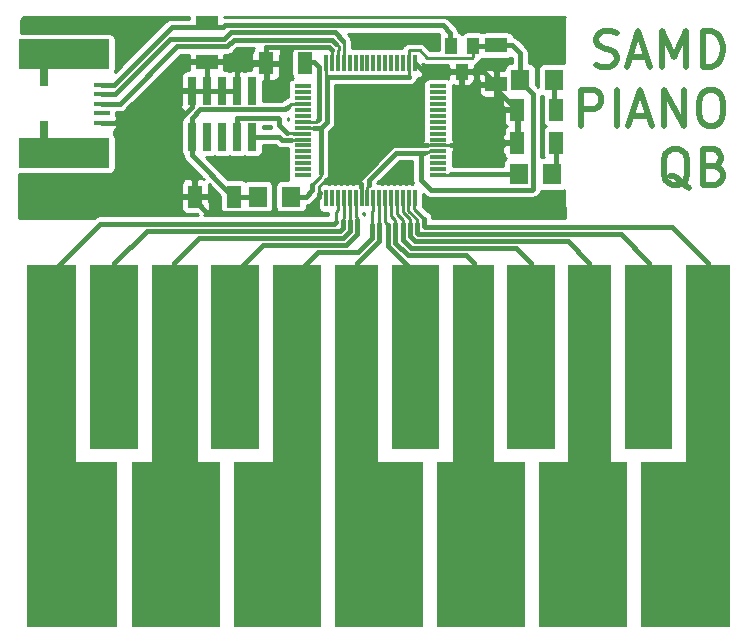
<source format=gbr>
G04 #@! TF.GenerationSoftware,KiCad,Pcbnew,(5.1.10)-1*
G04 #@! TF.CreationDate,2022-01-10T17:11:07+02:00*
G04 #@! TF.ProjectId,samd11d_piano,73616d64-3131-4645-9f70-69616e6f2e6b,rev?*
G04 #@! TF.SameCoordinates,Original*
G04 #@! TF.FileFunction,Copper,L1,Top*
G04 #@! TF.FilePolarity,Positive*
%FSLAX45Y45*%
G04 Gerber Fmt 4.5, Leading zero omitted, Abs format (unit mm)*
G04 Created by KiCad (PCBNEW (5.1.10)-1) date 2022-01-10 17:11:07*
%MOMM*%
%LPD*%
G01*
G04 APERTURE LIST*
G04 #@! TA.AperFunction,NonConductor*
%ADD10C,0.500000*%
G04 #@! TD*
G04 #@! TA.AperFunction,EtchedComponent*
%ADD11C,0.010000*%
G04 #@! TD*
G04 #@! TA.AperFunction,SMDPad,CuDef*
%ADD12R,1.597660X1.800860*%
G04 #@! TD*
G04 #@! TA.AperFunction,SMDPad,CuDef*
%ADD13R,1.270000X1.905000*%
G04 #@! TD*
G04 #@! TA.AperFunction,SMDPad,CuDef*
%ADD14R,1.475000X0.300000*%
G04 #@! TD*
G04 #@! TA.AperFunction,SMDPad,CuDef*
%ADD15R,0.300000X1.475000*%
G04 #@! TD*
G04 #@! TA.AperFunction,SMDPad,CuDef*
%ADD16R,1.905000X1.270000*%
G04 #@! TD*
G04 #@! TA.AperFunction,SMDPad,CuDef*
%ADD17R,0.762000X2.387600*%
G04 #@! TD*
G04 #@! TA.AperFunction,SMDPad,CuDef*
%ADD18C,1.524000*%
G04 #@! TD*
G04 #@! TA.AperFunction,SMDPad,CuDef*
%ADD19R,0.998220X1.399540*%
G04 #@! TD*
G04 #@! TA.AperFunction,SMDPad,CuDef*
%ADD20R,0.800000X2.350000*%
G04 #@! TD*
G04 #@! TA.AperFunction,SMDPad,CuDef*
%ADD21R,7.600000X2.500000*%
G04 #@! TD*
G04 #@! TA.AperFunction,SMDPad,CuDef*
%ADD22R,1.400000X0.400000*%
G04 #@! TD*
G04 #@! TA.AperFunction,Conductor*
%ADD23C,0.250000*%
G04 #@! TD*
G04 #@! TA.AperFunction,Conductor*
%ADD24C,0.400000*%
G04 #@! TD*
G04 #@! TA.AperFunction,Conductor*
%ADD25C,0.254000*%
G04 #@! TD*
G04 #@! TA.AperFunction,Conductor*
%ADD26C,0.100000*%
G04 #@! TD*
G04 #@! TA.AperFunction,NonConductor*
%ADD27C,0.254000*%
G04 #@! TD*
G04 #@! TA.AperFunction,NonConductor*
%ADD28C,0.100000*%
G04 #@! TD*
G04 APERTURE END LIST*
D10*
X11297628Y-4536329D02*
X11340486Y-4550614D01*
X11411914Y-4550614D01*
X11440486Y-4536329D01*
X11454771Y-4522043D01*
X11469057Y-4493471D01*
X11469057Y-4464900D01*
X11454771Y-4436329D01*
X11440486Y-4422043D01*
X11411914Y-4407757D01*
X11354771Y-4393471D01*
X11326200Y-4379186D01*
X11311914Y-4364900D01*
X11297628Y-4336329D01*
X11297628Y-4307757D01*
X11311914Y-4279186D01*
X11326200Y-4264900D01*
X11354771Y-4250614D01*
X11426200Y-4250614D01*
X11469057Y-4264900D01*
X11583343Y-4464900D02*
X11726200Y-4464900D01*
X11554771Y-4550614D02*
X11654771Y-4250614D01*
X11754771Y-4550614D01*
X11854771Y-4550614D02*
X11854771Y-4250614D01*
X11954771Y-4464900D01*
X12054771Y-4250614D01*
X12054771Y-4550614D01*
X12197628Y-4550614D02*
X12197628Y-4250614D01*
X12269057Y-4250614D01*
X12311914Y-4264900D01*
X12340486Y-4293471D01*
X12354771Y-4322043D01*
X12369057Y-4379186D01*
X12369057Y-4422043D01*
X12354771Y-4479186D01*
X12340486Y-4507757D01*
X12311914Y-4536329D01*
X12269057Y-4550614D01*
X12197628Y-4550614D01*
X11169057Y-5050614D02*
X11169057Y-4750614D01*
X11283343Y-4750614D01*
X11311914Y-4764900D01*
X11326200Y-4779186D01*
X11340486Y-4807757D01*
X11340486Y-4850614D01*
X11326200Y-4879186D01*
X11311914Y-4893471D01*
X11283343Y-4907757D01*
X11169057Y-4907757D01*
X11469057Y-5050614D02*
X11469057Y-4750614D01*
X11597628Y-4964900D02*
X11740486Y-4964900D01*
X11569057Y-5050614D02*
X11669057Y-4750614D01*
X11769057Y-5050614D01*
X11869057Y-5050614D02*
X11869057Y-4750614D01*
X12040486Y-5050614D01*
X12040486Y-4750614D01*
X12240486Y-4750614D02*
X12297628Y-4750614D01*
X12326200Y-4764900D01*
X12354771Y-4793471D01*
X12369057Y-4850614D01*
X12369057Y-4950614D01*
X12354771Y-5007757D01*
X12326200Y-5036329D01*
X12297628Y-5050614D01*
X12240486Y-5050614D01*
X12211914Y-5036329D01*
X12183343Y-5007757D01*
X12169057Y-4950614D01*
X12169057Y-4850614D01*
X12183343Y-4793471D01*
X12211914Y-4764900D01*
X12240486Y-4750614D01*
X12083343Y-5579186D02*
X12054771Y-5564900D01*
X12026200Y-5536329D01*
X11983343Y-5493471D01*
X11954771Y-5479186D01*
X11926200Y-5479186D01*
X11940486Y-5550614D02*
X11911914Y-5536329D01*
X11883343Y-5507757D01*
X11869057Y-5450614D01*
X11869057Y-5350614D01*
X11883343Y-5293471D01*
X11911914Y-5264900D01*
X11940486Y-5250614D01*
X11997628Y-5250614D01*
X12026200Y-5264900D01*
X12054771Y-5293471D01*
X12069057Y-5350614D01*
X12069057Y-5450614D01*
X12054771Y-5507757D01*
X12026200Y-5536329D01*
X11997628Y-5550614D01*
X11940486Y-5550614D01*
X12297628Y-5393471D02*
X12340486Y-5407757D01*
X12354771Y-5422043D01*
X12369057Y-5450614D01*
X12369057Y-5493471D01*
X12354771Y-5522043D01*
X12340486Y-5536329D01*
X12311914Y-5550614D01*
X12197628Y-5550614D01*
X12197628Y-5250614D01*
X12297628Y-5250614D01*
X12326200Y-5264900D01*
X12340486Y-5279186D01*
X12354771Y-5307757D01*
X12354771Y-5336329D01*
X12340486Y-5364900D01*
X12326200Y-5379186D01*
X12297628Y-5393471D01*
X12197628Y-5393471D01*
D11*
G36*
X11933767Y-7776633D02*
G01*
X11543735Y-7776633D01*
X11543735Y-6226104D01*
X11933767Y-6226104D01*
X11933767Y-7776633D01*
G37*
X11933767Y-7776633D02*
X11543735Y-7776633D01*
X11543735Y-6226104D01*
X11933767Y-6226104D01*
X11933767Y-7776633D01*
G36*
X10935829Y-7776633D02*
G01*
X10545798Y-7776633D01*
X10545798Y-6226104D01*
X10935829Y-6226104D01*
X10935829Y-7776633D01*
G37*
X10935829Y-7776633D02*
X10545798Y-7776633D01*
X10545798Y-6226104D01*
X10935829Y-6226104D01*
X10935829Y-7776633D01*
G36*
X9960469Y-7776633D02*
G01*
X9565922Y-7776633D01*
X9565922Y-6226104D01*
X9960469Y-6226104D01*
X9960469Y-7776633D01*
G37*
X9960469Y-7776633D02*
X9565922Y-7776633D01*
X9565922Y-6226104D01*
X9960469Y-6226104D01*
X9960469Y-7776633D01*
G36*
X8435340Y-7776633D02*
G01*
X8039664Y-7776633D01*
X8039664Y-6226104D01*
X8435340Y-6226104D01*
X8435340Y-7776633D01*
G37*
X8435340Y-7776633D02*
X8039664Y-7776633D01*
X8039664Y-6226104D01*
X8435340Y-6226104D01*
X8435340Y-7776633D01*
G36*
X7410873Y-7776633D02*
G01*
X7012940Y-7776633D01*
X7012940Y-6226104D01*
X7410873Y-6226104D01*
X7410873Y-7776633D01*
G37*
X7410873Y-7776633D02*
X7012940Y-7776633D01*
X7012940Y-6226104D01*
X7410873Y-6226104D01*
X7410873Y-7776633D01*
G36*
X12424833Y-9283700D02*
G01*
X11678073Y-9283700D01*
X11678073Y-7900811D01*
X12061331Y-7900811D01*
X12061331Y-6226104D01*
X12424833Y-6226104D01*
X12424833Y-9283700D01*
G37*
X12424833Y-9283700D02*
X11678073Y-9283700D01*
X11678073Y-7900811D01*
X12061331Y-7900811D01*
X12061331Y-6226104D01*
X12424833Y-6226104D01*
X12424833Y-9283700D01*
G36*
X11414478Y-7900811D02*
G01*
X11551073Y-7900811D01*
X11551073Y-9283700D01*
X10812780Y-9283700D01*
X10812780Y-7900811D01*
X11061700Y-7900811D01*
X11061982Y-6226387D01*
X11238230Y-6226245D01*
X11414478Y-6226103D01*
X11414478Y-7900811D01*
G37*
X11414478Y-7900811D02*
X11551073Y-7900811D01*
X11551073Y-9283700D01*
X10812780Y-9283700D01*
X10812780Y-7900811D01*
X11061700Y-7900811D01*
X11061982Y-6226387D01*
X11238230Y-6226245D01*
X11414478Y-6226103D01*
X11414478Y-7900811D01*
G36*
X10421056Y-7900811D02*
G01*
X10685780Y-7900811D01*
X10685780Y-9283700D01*
X9948051Y-9283700D01*
X9948051Y-7900811D01*
X10085776Y-7900811D01*
X10085776Y-6226104D01*
X10421056Y-6226104D01*
X10421056Y-7900811D01*
G37*
X10421056Y-7900811D02*
X10685780Y-7900811D01*
X10685780Y-9283700D01*
X9948051Y-9283700D01*
X9948051Y-7900811D01*
X10085776Y-7900811D01*
X10085776Y-6226104D01*
X10421056Y-6226104D01*
X10421056Y-7900811D01*
G36*
X9442309Y-7900811D02*
G01*
X9825002Y-7900811D01*
X9825002Y-9283700D01*
X9086709Y-9283700D01*
X9086709Y-6226104D01*
X9442309Y-6226104D01*
X9442309Y-7900811D01*
G37*
X9442309Y-7900811D02*
X9825002Y-7900811D01*
X9825002Y-9283700D01*
X9086709Y-9283700D01*
X9086709Y-6226104D01*
X9442309Y-6226104D01*
X9442309Y-7900811D01*
G36*
X8958580Y-9283700D02*
G01*
X8231575Y-9283700D01*
X8231716Y-8592397D01*
X8231858Y-7901093D01*
X8395688Y-7900951D01*
X8559518Y-7900809D01*
X8559518Y-6226104D01*
X8958580Y-6226104D01*
X8958580Y-9283700D01*
G37*
X8958580Y-9283700D02*
X8231575Y-9283700D01*
X8231716Y-8592397D01*
X8231858Y-7901093D01*
X8395688Y-7900951D01*
X8559518Y-7900809D01*
X8559518Y-6226104D01*
X8958580Y-6226104D01*
X8958580Y-9283700D01*
G36*
X7725692Y-6226245D02*
G01*
X7915204Y-6226387D01*
X7915487Y-7900811D01*
X8106269Y-7900811D01*
X8106269Y-9283700D01*
X7364024Y-9283700D01*
X7364024Y-7900811D01*
X7536180Y-7900811D01*
X7536180Y-6226103D01*
X7725692Y-6226245D01*
G37*
X7725692Y-6226245D02*
X7915204Y-6226387D01*
X7915487Y-7900811D01*
X8106269Y-7900811D01*
X8106269Y-9283700D01*
X7364024Y-9283700D01*
X7364024Y-7900811D01*
X7536180Y-7900811D01*
X7536180Y-6226103D01*
X7725692Y-6226245D01*
G36*
X6888198Y-7900811D02*
G01*
X7227993Y-7900811D01*
X7227993Y-9283700D01*
X6474460Y-9283700D01*
X6474460Y-6226104D01*
X6888198Y-6226104D01*
X6888198Y-7900811D01*
G37*
X6888198Y-7900811D02*
X7227993Y-7900811D01*
X7227993Y-9283700D01*
X6474460Y-9283700D01*
X6474460Y-6226104D01*
X6888198Y-6226104D01*
X6888198Y-7900811D01*
D12*
X8430514Y-5651500D03*
X8714486Y-5651500D03*
D13*
X10960100Y-4914900D03*
X10629900Y-4914900D03*
X10960100Y-5194300D03*
X10629900Y-5194300D03*
D14*
X8811500Y-5467700D03*
X8811500Y-5417700D03*
X8811500Y-5367700D03*
X8811500Y-5317700D03*
X8811500Y-5267700D03*
X8811500Y-5217700D03*
X8811500Y-5167700D03*
X8811500Y-5117700D03*
X8811500Y-5067700D03*
X8811500Y-5017700D03*
X8811500Y-4967700D03*
X8811500Y-4917700D03*
X8811500Y-4867700D03*
X8811500Y-4817700D03*
X8811500Y-4767700D03*
X8811500Y-4717700D03*
D15*
X9010300Y-4518900D03*
X9060300Y-4518900D03*
X9110300Y-4518900D03*
X9160300Y-4518900D03*
X9210300Y-4518900D03*
X9260300Y-4518900D03*
X9310300Y-4518900D03*
X9360300Y-4518900D03*
X9410300Y-4518900D03*
X9460300Y-4518900D03*
X9510300Y-4518900D03*
X9560300Y-4518900D03*
X9610300Y-4518900D03*
X9660300Y-4518900D03*
X9710300Y-4518900D03*
X9760300Y-4518900D03*
D14*
X9959100Y-4717700D03*
X9959100Y-4767700D03*
X9959100Y-4817700D03*
X9959100Y-4867700D03*
X9959100Y-4917700D03*
X9959100Y-4967700D03*
X9959100Y-5017700D03*
X9959100Y-5067700D03*
X9959100Y-5117700D03*
X9959100Y-5167700D03*
X9959100Y-5217700D03*
X9959100Y-5267700D03*
X9959100Y-5317700D03*
X9959100Y-5367700D03*
X9959100Y-5417700D03*
X9959100Y-5467700D03*
D15*
X9760300Y-5666500D03*
X9710300Y-5666500D03*
X9660300Y-5666500D03*
X9610300Y-5666500D03*
X9560300Y-5666500D03*
X9510300Y-5666500D03*
X9460300Y-5666500D03*
X9410300Y-5666500D03*
X9360300Y-5666500D03*
X9310300Y-5666500D03*
X9260300Y-5666500D03*
X9210300Y-5666500D03*
X9160300Y-5666500D03*
X9110300Y-5666500D03*
X9060300Y-5666500D03*
X9010300Y-5666500D03*
D13*
X7899400Y-5651500D03*
X8229600Y-5651500D03*
X8502650Y-4521200D03*
X8832850Y-4521200D03*
D16*
X10452100Y-4699000D03*
X10452100Y-4368800D03*
X8001000Y-4508500D03*
X8001000Y-4178300D03*
D12*
X10924286Y-5461000D03*
X10640314Y-5461000D03*
D17*
X8382000Y-4753500D03*
X8382000Y-5143500D03*
X8255000Y-4753500D03*
X8255000Y-5143500D03*
X8128000Y-4753500D03*
X8128000Y-5143500D03*
X8001000Y-4753500D03*
X8001000Y-5143500D03*
X7874000Y-4753500D03*
X7874000Y-5143500D03*
D18*
X12267071Y-6324600D03*
X11749475Y-6324600D03*
X11239500Y-6324882D03*
X10751538Y-6324600D03*
X10261600Y-6324600D03*
X9771662Y-6324600D03*
X9271000Y-6324600D03*
X8765258Y-6324600D03*
X8245404Y-6324600D03*
X7741920Y-6324598D03*
X7218680Y-6324600D03*
X6680200Y-6324600D03*
D12*
X10653014Y-4660900D03*
X10936986Y-4660900D03*
D19*
X10160000Y-4593082D03*
X10065004Y-4373118D03*
X10254996Y-4373118D03*
D20*
X6619000Y-4596600D03*
X6619000Y-5131600D03*
D21*
X6794500Y-4445000D03*
X6794500Y-5283200D03*
D22*
X7109000Y-4704100D03*
X7109000Y-4784100D03*
X7109000Y-4864100D03*
X7109000Y-4944100D03*
X7109000Y-5024100D03*
D23*
X9060300Y-4465200D02*
X9060300Y-4408150D01*
X9060300Y-4518900D02*
X9060300Y-4465200D01*
X9860350Y-5217700D02*
X9959100Y-5217700D01*
X9312800Y-5665100D02*
X9312800Y-5551609D01*
X9311400Y-5666500D02*
X9312800Y-5665100D01*
X9310300Y-5666500D02*
X9311400Y-5666500D01*
D24*
X9839482Y-4593082D02*
X9765300Y-4518900D01*
X7874000Y-4753500D02*
X8001000Y-4753500D01*
X8001000Y-4753500D02*
X8128000Y-4753500D01*
X8128000Y-4753500D02*
X8255000Y-4753500D01*
X8255000Y-4594120D02*
X8255000Y-4753500D01*
X8340620Y-4508500D02*
X8255000Y-4594120D01*
X8470900Y-4508500D02*
X8340620Y-4508500D01*
X8001000Y-4546600D02*
X8001000Y-4753500D01*
X7109000Y-5024100D02*
X7739400Y-5024100D01*
X7739400Y-5024100D02*
X7874000Y-4889500D01*
X7874000Y-4889500D02*
X7874000Y-4753500D01*
X7739400Y-5024100D02*
X7739400Y-5238380D01*
X9307799Y-5546608D02*
X9307799Y-5566300D01*
X9285691Y-5524500D02*
X9307799Y-5546608D01*
X9285691Y-5524500D02*
X9285691Y-5509809D01*
X9577800Y-5217700D02*
X9860350Y-5217700D01*
X9285691Y-5509809D02*
X9577800Y-5217700D01*
X10629900Y-5194300D02*
X10629900Y-4914900D01*
X10346182Y-4593082D02*
X10452100Y-4699000D01*
X10160000Y-4593082D02*
X10346182Y-4593082D01*
X10452100Y-4737100D02*
X10629900Y-4914900D01*
X10452100Y-4699000D02*
X10452100Y-4737100D01*
D23*
X10069100Y-5217700D02*
X10071100Y-5219700D01*
X9959100Y-5217700D02*
X10069100Y-5217700D01*
D24*
X10501000Y-5219700D02*
X10069100Y-5217700D01*
X10629900Y-5194300D02*
X10526400Y-5194300D01*
X10526400Y-5194300D02*
X10501000Y-5219700D01*
X10160000Y-4593082D02*
X9839482Y-4593082D01*
X9033650Y-4381500D02*
X9060300Y-4408150D01*
X8507100Y-4381500D02*
X9033650Y-4381500D01*
X8502650Y-4385950D02*
X8507100Y-4381500D01*
X8502650Y-4521200D02*
X8502650Y-4385950D01*
X7899400Y-5683250D02*
X7899400Y-5651500D01*
X8821162Y-5786750D02*
X8002900Y-5786750D01*
X8002900Y-5786750D02*
X7899400Y-5683250D01*
X8953500Y-5654412D02*
X8821162Y-5786750D01*
X7739400Y-5356250D02*
X7739400Y-5238380D01*
X7899400Y-5516250D02*
X7739400Y-5356250D01*
X7899400Y-5651500D02*
X7899400Y-5516250D01*
X9285691Y-5509809D02*
X9006241Y-5509809D01*
X8953500Y-5626100D02*
X8955300Y-5624300D01*
X8953500Y-5654412D02*
X8953500Y-5626100D01*
D23*
X8953500Y-5562550D02*
X8953500Y-5626100D01*
X9006241Y-5509809D02*
X8953500Y-5562550D01*
D24*
X10936986Y-4891786D02*
X10960100Y-4914900D01*
X10936986Y-4660900D02*
X10936986Y-4891786D01*
X8953500Y-4557400D02*
X8953500Y-4995146D01*
X8801100Y-4508500D02*
X8904600Y-4508500D01*
X8904600Y-4508500D02*
X8953500Y-4557400D01*
X8953500Y-4995146D02*
X8942823Y-5005823D01*
D23*
X8933447Y-5015199D02*
X8942823Y-5005823D01*
X8888503Y-5015199D02*
X8933447Y-5015199D01*
X8886002Y-5017700D02*
X8888503Y-5015199D01*
X8811500Y-5017700D02*
X8886002Y-5017700D01*
X8711100Y-4865200D02*
X8686800Y-4889500D01*
X8789500Y-4865200D02*
X8711100Y-4865200D01*
X8792000Y-4867700D02*
X8789500Y-4865200D01*
X8811500Y-4867700D02*
X8792000Y-4867700D01*
D24*
X7874000Y-4984120D02*
X7874000Y-5143500D01*
X7945240Y-4912880D02*
X7874000Y-4984120D01*
X8663420Y-4912880D02*
X7945240Y-4912880D01*
X8686800Y-4889500D02*
X8663420Y-4912880D01*
X8229600Y-5651500D02*
X8430514Y-5651500D01*
X8222620Y-5651500D02*
X8229600Y-5651500D01*
X7874000Y-5302880D02*
X8222620Y-5651500D01*
X7874000Y-5143500D02*
X7874000Y-5302880D01*
D23*
X8712200Y-5168250D02*
X8712200Y-5168900D01*
X8712750Y-5167700D02*
X8712200Y-5168250D01*
X8811500Y-5167700D02*
X8712750Y-5167700D01*
D24*
X8382000Y-5143500D02*
X8612500Y-5143500D01*
X8637900Y-5168900D02*
X8712200Y-5168900D01*
X8612500Y-5143500D02*
X8637900Y-5168900D01*
X8604500Y-4984120D02*
X8612500Y-4992120D01*
X8612500Y-5043800D02*
X8677599Y-5108899D01*
X8612500Y-4992120D02*
X8612500Y-5043800D01*
D23*
X8683900Y-5115200D02*
X8677599Y-5108899D01*
X8732748Y-5115200D02*
X8683900Y-5115200D01*
X8735248Y-5117700D02*
X8732748Y-5115200D01*
X8811500Y-5117700D02*
X8735248Y-5117700D01*
D24*
X8603620Y-4984120D02*
X8255000Y-4984120D01*
X8255000Y-4984120D02*
X8255000Y-5143500D01*
X8611620Y-4992120D02*
X8603620Y-4984120D01*
X8612500Y-4992120D02*
X8611620Y-4992120D01*
X10058400Y-4263141D02*
X10058400Y-4373118D01*
X8136250Y-4216400D02*
X8151153Y-4201497D01*
X8001000Y-4216400D02*
X8136250Y-4216400D01*
X7109000Y-4704100D02*
X7216346Y-4704100D01*
X7704046Y-4216400D02*
X8001000Y-4216400D01*
X7216346Y-4704100D02*
X7704046Y-4216400D01*
X9908203Y-4201497D02*
X9996756Y-4201497D01*
X9996756Y-4201497D02*
X10058400Y-4263141D01*
X8151153Y-4201497D02*
X9908203Y-4201497D01*
D23*
X8910250Y-5067700D02*
X8811500Y-5067700D01*
X9710300Y-4420150D02*
X9710300Y-4518900D01*
X9714300Y-4412650D02*
X9710300Y-4416650D01*
X9801300Y-4412650D02*
X9714300Y-4412650D01*
X9864245Y-4475595D02*
X9801300Y-4412650D01*
X9710300Y-4416650D02*
X9710300Y-4420150D01*
D24*
X8910250Y-5067700D02*
X8927700Y-5067700D01*
X8910250Y-5067700D02*
X8965800Y-5067700D01*
X8965800Y-5067700D02*
X9017000Y-5016500D01*
X9017000Y-5016500D02*
X9017000Y-4635500D01*
X9017000Y-4635500D02*
X9715500Y-4635500D01*
D23*
X9710300Y-4630300D02*
X9715500Y-4635500D01*
X9710300Y-4518900D02*
X9710300Y-4630300D01*
X9010300Y-4628800D02*
X9017000Y-4635500D01*
X9010300Y-4518900D02*
X9010300Y-4628800D01*
X9360300Y-5567750D02*
X9372600Y-5555450D01*
X9360300Y-5666500D02*
X9360300Y-5567750D01*
D24*
X9372600Y-5555450D02*
X9372600Y-5507754D01*
X9372600Y-5507754D02*
X9602653Y-5277701D01*
D23*
X9882097Y-5270201D02*
X9884598Y-5267700D01*
X9884598Y-5267700D02*
X9959100Y-5267700D01*
X9852850Y-5277701D02*
X9860350Y-5270201D01*
X9860350Y-5270201D02*
X9882097Y-5270201D01*
X9842500Y-5277701D02*
X9852850Y-5277701D01*
D24*
X10462514Y-4404614D02*
X10426700Y-4368800D01*
X10447782Y-4373118D02*
X10452100Y-4368800D01*
X10254996Y-4373118D02*
X10447782Y-4373118D01*
X10653014Y-4530857D02*
X10653014Y-4660900D01*
X10653014Y-4434464D02*
X10653014Y-4530857D01*
X10587350Y-4368800D02*
X10653014Y-4434464D01*
X10452100Y-4368800D02*
X10587350Y-4368800D01*
D23*
X10247496Y-4475595D02*
X9864245Y-4475595D01*
X10254996Y-4373118D02*
X10254996Y-4468095D01*
X10254996Y-4468095D02*
X10247496Y-4475595D01*
D24*
X9811601Y-5277701D02*
X9842500Y-5277701D01*
X9602653Y-5277701D02*
X9811601Y-5277701D01*
X10653014Y-4671060D02*
X10653014Y-4660900D01*
X10760197Y-4778243D02*
X10653014Y-4671060D01*
X9811601Y-5506301D02*
X9896343Y-5591043D01*
X9896343Y-5591043D02*
X10752197Y-5591043D01*
X9811601Y-5277701D02*
X9811601Y-5506301D01*
X10760197Y-5583043D02*
X10760197Y-4778243D01*
X10752197Y-5591043D02*
X10760197Y-5583043D01*
X8965800Y-5067700D02*
X8965800Y-5448700D01*
D23*
X8965800Y-5448700D02*
X8965800Y-5473300D01*
X8965800Y-5476002D02*
X8891902Y-5549900D01*
X8965800Y-5473300D02*
X8965800Y-5476002D01*
D24*
X8891902Y-5598798D02*
X8891902Y-5549900D01*
X8714486Y-5651500D02*
X8839200Y-5651500D01*
X8839200Y-5651500D02*
X8891902Y-5598798D01*
X9093200Y-4356100D02*
X9058599Y-4321499D01*
X9058599Y-4321499D02*
X8228921Y-4321499D01*
D23*
X9112800Y-4488900D02*
X9112800Y-4412700D01*
X9110300Y-4518900D02*
X9110300Y-4491400D01*
X9112800Y-4412700D02*
X9115299Y-4410201D01*
X9110300Y-4491400D02*
X9112800Y-4488900D01*
X9115299Y-4378199D02*
X9093200Y-4356100D01*
X9115299Y-4410201D02*
X9115299Y-4378199D01*
D24*
X8170519Y-4379901D02*
X7748599Y-4379901D01*
X8228921Y-4321499D02*
X8170519Y-4379901D01*
X7264400Y-4864100D02*
X7109000Y-4864100D01*
X7748599Y-4379901D02*
X7264400Y-4864100D01*
X9083452Y-4261498D02*
X9153201Y-4331247D01*
X8204067Y-4261498D02*
X9083452Y-4261498D01*
D23*
X9160300Y-4338346D02*
X9153201Y-4331247D01*
X9160300Y-4518900D02*
X9160300Y-4338346D01*
D24*
X8145665Y-4319900D02*
X7685400Y-4319900D01*
X8204067Y-4261498D02*
X8145665Y-4319900D01*
X7221200Y-4784100D02*
X7109000Y-4784100D01*
X7685400Y-4319900D02*
X7221200Y-4784100D01*
X12242800Y-6210310D02*
X11939286Y-5906796D01*
X12242800Y-6299200D02*
X12242800Y-6210310D01*
X9843796Y-5906796D02*
X9837705Y-5900705D01*
X11939286Y-5906796D02*
X9843796Y-5906796D01*
D23*
X9837705Y-5837205D02*
X9757800Y-5757300D01*
X9757800Y-5669000D02*
X9760300Y-5666500D01*
X9757800Y-5757300D02*
X9757800Y-5669000D01*
D24*
X9837705Y-5837205D02*
X9837705Y-5900705D01*
X11747500Y-6210334D02*
X11503963Y-5966797D01*
X11747500Y-6299200D02*
X11747500Y-6210334D01*
X9785451Y-5966797D02*
X9777704Y-5959050D01*
X11503963Y-5966797D02*
X9785451Y-5966797D01*
D23*
X9707800Y-5669000D02*
X9710300Y-5666500D01*
X9707800Y-5770941D02*
X9707800Y-5669000D01*
X9777704Y-5880100D02*
X9777704Y-5840845D01*
X9777704Y-5840845D02*
X9707800Y-5770941D01*
D24*
X9777704Y-5880100D02*
X9777704Y-5959050D01*
X11239500Y-6209800D02*
X11056498Y-6026798D01*
X11239500Y-6299200D02*
X11239500Y-6209800D01*
X9760598Y-6026798D02*
X9717703Y-5983903D01*
X11056498Y-6026798D02*
X9760598Y-6026798D01*
D23*
X9657800Y-5669000D02*
X9660300Y-5666500D01*
X9657800Y-5784582D02*
X9657800Y-5669000D01*
X9717703Y-5880100D02*
X9717703Y-5844485D01*
X9717703Y-5844485D02*
X9657800Y-5784582D01*
D24*
X9717703Y-5983903D02*
X9717703Y-5880100D01*
X10744200Y-6211881D02*
X10619118Y-6086799D01*
X10744200Y-6299200D02*
X10744200Y-6211881D01*
X10619118Y-6086799D02*
X9727653Y-6086799D01*
X9727653Y-6086799D02*
X9657702Y-6016848D01*
D23*
X9610300Y-5765250D02*
X9610300Y-5666500D01*
X9657702Y-5848125D02*
X9610300Y-5800723D01*
X9610300Y-5800723D02*
X9610300Y-5765250D01*
X9657702Y-5880100D02*
X9657702Y-5848125D01*
D24*
X9657702Y-6016848D02*
X9657702Y-5880100D01*
X10261600Y-6211917D02*
X10196483Y-6146800D01*
X10261600Y-6299200D02*
X10261600Y-6211917D01*
X10196483Y-6146800D02*
X9702800Y-6146800D01*
X9702800Y-6146800D02*
X9597701Y-6041701D01*
D23*
X9560300Y-5814364D02*
X9560300Y-5765250D01*
X9597701Y-5851765D02*
X9560300Y-5814364D01*
X9560300Y-5765250D02*
X9560300Y-5666500D01*
X9597701Y-5880100D02*
X9597701Y-5851765D01*
D24*
X9597701Y-5880100D02*
X9597701Y-6041701D01*
X9766300Y-6299200D02*
X9537700Y-6070600D01*
D23*
X9510300Y-5865400D02*
X9510300Y-5666500D01*
X9537700Y-5892800D02*
X9510300Y-5865400D01*
D24*
X9537700Y-6070600D02*
X9537700Y-5892800D01*
X9271000Y-6211917D02*
X9457799Y-6025118D01*
X9271000Y-6299200D02*
X9271000Y-6211917D01*
D23*
X9460300Y-5884646D02*
X9460300Y-5666500D01*
D24*
X9457799Y-5887147D02*
X9460300Y-5884646D01*
X9457799Y-6025118D02*
X9457799Y-5887147D01*
X8763000Y-6299200D02*
X8940800Y-6121400D01*
X8940800Y-6121400D02*
X9276663Y-6121400D01*
X9276663Y-6121400D02*
X9397798Y-6000264D01*
D23*
X9410300Y-5765250D02*
X9410300Y-5666500D01*
X9397798Y-5777752D02*
X9410300Y-5765250D01*
X9397798Y-5880302D02*
X9397798Y-5777752D01*
D24*
X9397798Y-6000264D02*
X9397798Y-5892800D01*
D23*
X8198200Y-6255100D02*
X8242300Y-6299200D01*
D24*
X8242300Y-6299200D02*
X8480101Y-6061399D01*
X8480101Y-6061399D02*
X9178601Y-6061399D01*
X9178601Y-6061399D02*
X9271000Y-5969000D01*
D23*
X9260300Y-5765250D02*
X9260300Y-5666500D01*
X9260300Y-5818600D02*
X9260300Y-5765250D01*
X9271000Y-5829300D02*
X9260300Y-5818600D01*
X9271000Y-5851200D02*
X9271000Y-5829300D01*
D24*
X9271000Y-5851200D02*
X9271000Y-5969000D01*
X7721600Y-6211917D02*
X7932119Y-6001398D01*
X7721600Y-6299200D02*
X7721600Y-6211917D01*
X7932119Y-6001398D02*
X9153748Y-6001398D01*
X9153748Y-6001398D02*
X9210999Y-5944147D01*
D23*
X9210300Y-5854001D02*
X9210300Y-5666500D01*
X9210999Y-5854700D02*
X9210300Y-5854001D01*
D24*
X9210999Y-5923355D02*
X9210999Y-5854001D01*
X9210999Y-5944147D02*
X9210999Y-5923355D01*
D23*
X9160300Y-5765250D02*
X9160300Y-5666500D01*
X9150998Y-5840453D02*
X9160300Y-5831151D01*
X9150998Y-5898502D02*
X9150998Y-5840453D01*
X9160300Y-5831151D02*
X9160300Y-5765250D01*
D24*
X9150998Y-5898502D02*
X9150998Y-5854700D01*
X9128895Y-5941397D02*
X9150998Y-5919294D01*
X7494120Y-5941397D02*
X9128895Y-5941397D01*
X7218680Y-6216837D02*
X7494120Y-5941397D01*
X7218680Y-6324600D02*
X7218680Y-6216837D01*
X9150998Y-5919294D02*
X9150998Y-5898502D01*
X6680200Y-6299200D02*
X7098004Y-5881396D01*
X9079204Y-5881396D02*
X9090997Y-5869603D01*
X7098004Y-5881396D02*
X9079204Y-5881396D01*
D23*
X9110300Y-5765250D02*
X9110300Y-5666500D01*
X9090997Y-5784553D02*
X9110300Y-5765250D01*
X9090997Y-5854700D02*
X9090997Y-5784553D01*
X10064400Y-5467700D02*
X10071100Y-5461000D01*
X9959100Y-5467700D02*
X10064400Y-5467700D01*
D24*
X10520431Y-5461000D02*
X10071100Y-5461000D01*
X10640314Y-5461000D02*
X10520431Y-5461000D01*
X10960100Y-5425186D02*
X10924286Y-5461000D01*
X10960100Y-5194300D02*
X10960100Y-5425186D01*
D25*
X8380200Y-4401532D02*
X8376569Y-4413502D01*
X8375343Y-4425950D01*
X8375650Y-4492625D01*
X8391525Y-4508500D01*
X8489950Y-4508500D01*
X8489950Y-4506500D01*
X8515350Y-4506500D01*
X8515350Y-4508500D01*
X8613775Y-4508500D01*
X8629650Y-4492625D01*
X8629957Y-4425950D01*
X8628731Y-4413502D01*
X8625100Y-4401532D01*
X8621181Y-4394199D01*
X8727232Y-4394199D01*
X8725320Y-4396530D01*
X8720426Y-4405685D01*
X8717413Y-4415619D01*
X8716395Y-4425950D01*
X8716395Y-4616450D01*
X8717413Y-4626781D01*
X8720426Y-4636715D01*
X8725320Y-4645870D01*
X8729191Y-4650588D01*
X8727419Y-4650763D01*
X8717485Y-4653776D01*
X8708330Y-4658670D01*
X8700305Y-4665255D01*
X8693720Y-4673280D01*
X8688826Y-4682435D01*
X8685813Y-4692369D01*
X8684795Y-4702700D01*
X8684795Y-4732700D01*
X8685780Y-4742700D01*
X8684795Y-4752700D01*
X8684795Y-4782700D01*
X8685780Y-4792700D01*
X8684795Y-4802700D01*
X8684795Y-4805331D01*
X8674702Y-4810726D01*
X8664774Y-4818874D01*
X8663313Y-4820654D01*
X8658844Y-4822009D01*
X8646215Y-4828760D01*
X8637918Y-4835569D01*
X8633307Y-4840180D01*
X8473055Y-4840180D01*
X8473055Y-4679959D01*
X8474075Y-4679950D01*
X8489950Y-4664075D01*
X8489950Y-4533900D01*
X8515350Y-4533900D01*
X8515350Y-4664075D01*
X8531225Y-4679950D01*
X8566150Y-4680257D01*
X8578598Y-4679031D01*
X8590568Y-4675400D01*
X8601599Y-4669504D01*
X8611269Y-4661569D01*
X8619204Y-4651899D01*
X8625100Y-4640868D01*
X8628731Y-4628898D01*
X8629957Y-4616450D01*
X8629650Y-4549775D01*
X8613775Y-4533900D01*
X8515350Y-4533900D01*
X8489950Y-4533900D01*
X8391525Y-4533900D01*
X8375650Y-4549775D01*
X8375505Y-4581165D01*
X8343900Y-4581165D01*
X8333569Y-4582183D01*
X8323635Y-4585196D01*
X8318500Y-4587941D01*
X8313365Y-4585196D01*
X8303431Y-4582183D01*
X8293100Y-4581165D01*
X8216900Y-4581165D01*
X8206569Y-4582183D01*
X8196635Y-4585196D01*
X8191500Y-4587941D01*
X8186365Y-4585196D01*
X8176431Y-4582183D01*
X8166100Y-4581165D01*
X8159155Y-4581165D01*
X8160057Y-4572000D01*
X8159750Y-4537075D01*
X8143875Y-4521200D01*
X8013700Y-4521200D01*
X8013700Y-4523200D01*
X7988300Y-4523200D01*
X7988300Y-4521200D01*
X7858125Y-4521200D01*
X7842250Y-4537075D01*
X7841956Y-4570508D01*
X7835900Y-4570313D01*
X7823452Y-4571539D01*
X7811482Y-4575170D01*
X7800451Y-4581066D01*
X7790781Y-4589001D01*
X7782846Y-4598671D01*
X7776950Y-4609702D01*
X7773319Y-4621672D01*
X7772093Y-4634120D01*
X7772400Y-4724925D01*
X7788275Y-4740800D01*
X7861300Y-4740800D01*
X7861300Y-4738800D01*
X7886700Y-4738800D01*
X7886700Y-4740800D01*
X7888700Y-4740800D01*
X7888700Y-4766200D01*
X7886700Y-4766200D01*
X7886700Y-4768200D01*
X7861300Y-4768200D01*
X7861300Y-4766200D01*
X7788275Y-4766200D01*
X7772400Y-4782075D01*
X7772093Y-4872880D01*
X7773319Y-4885328D01*
X7776950Y-4897298D01*
X7782846Y-4908329D01*
X7790781Y-4917998D01*
X7800451Y-4925934D01*
X7811482Y-4931830D01*
X7820596Y-4934595D01*
X7813260Y-4943535D01*
X7808468Y-4952500D01*
X7806509Y-4956165D01*
X7802352Y-4969868D01*
X7800948Y-4984120D01*
X7800995Y-4984591D01*
X7798455Y-4986675D01*
X7791870Y-4994700D01*
X7786976Y-5003855D01*
X7783963Y-5013789D01*
X7782945Y-5024120D01*
X7782945Y-5262880D01*
X7783963Y-5273211D01*
X7786976Y-5283145D01*
X7791870Y-5292300D01*
X7798455Y-5300325D01*
X7800995Y-5302409D01*
X7800948Y-5302880D01*
X7802352Y-5317132D01*
X7806509Y-5330836D01*
X7809118Y-5335716D01*
X7813260Y-5343465D01*
X7822345Y-5354536D01*
X7825119Y-5356812D01*
X7960768Y-5492462D01*
X7927975Y-5492750D01*
X7912100Y-5508625D01*
X7912100Y-5638800D01*
X8010525Y-5638800D01*
X8026400Y-5622925D01*
X8026697Y-5558391D01*
X8113145Y-5644839D01*
X8113145Y-5746750D01*
X8114163Y-5757081D01*
X8117176Y-5767015D01*
X8122070Y-5776170D01*
X8128655Y-5784195D01*
X8136680Y-5790780D01*
X8145835Y-5795674D01*
X8155769Y-5798687D01*
X8166100Y-5799705D01*
X8293100Y-5799705D01*
X8303431Y-5798687D01*
X8313365Y-5795674D01*
X8322520Y-5790780D01*
X8325846Y-5788051D01*
X8330366Y-5790467D01*
X8340300Y-5793480D01*
X8350631Y-5794498D01*
X8510397Y-5794498D01*
X8520728Y-5793480D01*
X8530662Y-5790467D01*
X8539817Y-5785573D01*
X8547842Y-5778988D01*
X8554427Y-5770963D01*
X8559321Y-5761808D01*
X8562334Y-5751874D01*
X8563352Y-5741543D01*
X8563352Y-5561457D01*
X8562334Y-5551126D01*
X8559321Y-5541192D01*
X8554427Y-5532037D01*
X8547842Y-5524012D01*
X8539817Y-5517427D01*
X8530662Y-5512533D01*
X8520728Y-5509520D01*
X8510397Y-5508502D01*
X8350631Y-5508502D01*
X8340300Y-5509520D01*
X8330366Y-5512533D01*
X8325846Y-5514949D01*
X8322520Y-5512220D01*
X8313365Y-5507326D01*
X8303431Y-5504313D01*
X8293100Y-5503295D01*
X8177228Y-5503295D01*
X7989768Y-5315835D01*
X8039100Y-5315835D01*
X8049431Y-5314818D01*
X8059365Y-5311804D01*
X8064500Y-5309059D01*
X8069635Y-5311804D01*
X8079569Y-5314818D01*
X8089900Y-5315835D01*
X8166100Y-5315835D01*
X8176431Y-5314818D01*
X8186365Y-5311804D01*
X8191500Y-5309059D01*
X8196635Y-5311804D01*
X8206569Y-5314818D01*
X8216900Y-5315835D01*
X8293100Y-5315835D01*
X8303431Y-5314818D01*
X8313365Y-5311804D01*
X8318500Y-5309059D01*
X8323635Y-5311804D01*
X8333569Y-5314818D01*
X8343900Y-5315835D01*
X8420100Y-5315835D01*
X8430431Y-5314818D01*
X8440365Y-5311804D01*
X8449520Y-5306911D01*
X8457545Y-5300325D01*
X8464130Y-5292300D01*
X8469024Y-5283145D01*
X8472037Y-5273211D01*
X8473055Y-5262880D01*
X8473055Y-5216200D01*
X8582387Y-5216200D01*
X8583968Y-5217781D01*
X8586245Y-5220555D01*
X8597315Y-5229640D01*
X8609944Y-5236391D01*
X8612333Y-5237116D01*
X8623648Y-5240548D01*
X8637900Y-5241952D01*
X8641471Y-5241600D01*
X8685672Y-5241600D01*
X8685780Y-5242700D01*
X8684795Y-5252700D01*
X8684795Y-5282700D01*
X8685780Y-5292700D01*
X8684795Y-5302700D01*
X8684795Y-5332700D01*
X8685780Y-5342700D01*
X8684795Y-5352700D01*
X8684795Y-5382700D01*
X8685780Y-5392700D01*
X8684795Y-5402700D01*
X8684795Y-5432700D01*
X8685780Y-5442700D01*
X8684795Y-5452700D01*
X8684795Y-5482700D01*
X8685813Y-5493031D01*
X8688826Y-5502965D01*
X8691786Y-5508502D01*
X8634603Y-5508502D01*
X8624272Y-5509520D01*
X8614338Y-5512533D01*
X8605183Y-5517427D01*
X8597158Y-5524012D01*
X8590573Y-5532037D01*
X8585679Y-5541192D01*
X8582666Y-5551126D01*
X8581648Y-5561457D01*
X8581648Y-5741543D01*
X8582666Y-5751874D01*
X8585679Y-5761808D01*
X8590573Y-5770963D01*
X8597158Y-5778988D01*
X8605183Y-5785573D01*
X8614338Y-5790467D01*
X8624272Y-5793480D01*
X8634603Y-5794498D01*
X8794369Y-5794498D01*
X8804700Y-5793480D01*
X8814634Y-5790467D01*
X8823789Y-5785573D01*
X8831814Y-5778988D01*
X8838399Y-5770963D01*
X8843293Y-5761808D01*
X8846306Y-5751874D01*
X8847324Y-5741543D01*
X8847324Y-5723751D01*
X8853452Y-5723148D01*
X8855346Y-5722573D01*
X8867156Y-5718991D01*
X8879785Y-5712240D01*
X8890855Y-5703155D01*
X8893133Y-5700381D01*
X8940784Y-5652729D01*
X8942345Y-5651448D01*
X8942345Y-5740250D01*
X8943363Y-5750581D01*
X8946376Y-5760515D01*
X8951270Y-5769670D01*
X8957855Y-5777695D01*
X8965880Y-5784280D01*
X8975035Y-5789174D01*
X8984969Y-5792187D01*
X8995300Y-5793205D01*
X9025300Y-5793205D01*
X9025797Y-5793156D01*
X9025797Y-5808696D01*
X7977442Y-5808696D01*
X7987318Y-5805700D01*
X7998349Y-5799804D01*
X8008018Y-5791868D01*
X8015954Y-5782199D01*
X8021850Y-5771168D01*
X8025481Y-5759198D01*
X8026707Y-5746750D01*
X8026400Y-5680075D01*
X8010525Y-5664200D01*
X7912100Y-5664200D01*
X7912100Y-5666200D01*
X7886700Y-5666200D01*
X7886700Y-5664200D01*
X7788275Y-5664200D01*
X7772400Y-5680075D01*
X7772093Y-5746750D01*
X7773319Y-5759198D01*
X7776950Y-5771168D01*
X7782846Y-5782199D01*
X7790781Y-5791868D01*
X7800451Y-5799804D01*
X7811482Y-5805700D01*
X7821358Y-5808696D01*
X7101575Y-5808696D01*
X7098004Y-5808344D01*
X7083752Y-5809748D01*
X7071369Y-5813504D01*
X7070048Y-5813905D01*
X7057419Y-5820656D01*
X7046885Y-5829300D01*
X6412700Y-5829300D01*
X6412700Y-5556250D01*
X7772093Y-5556250D01*
X7772400Y-5622925D01*
X7788275Y-5638800D01*
X7886700Y-5638800D01*
X7886700Y-5508625D01*
X7870825Y-5492750D01*
X7835900Y-5492443D01*
X7823452Y-5493669D01*
X7811482Y-5497300D01*
X7800451Y-5503196D01*
X7790781Y-5511132D01*
X7782846Y-5520801D01*
X7776950Y-5531832D01*
X7773319Y-5543802D01*
X7772093Y-5556250D01*
X6412700Y-5556250D01*
X6412700Y-5460978D01*
X6414500Y-5461155D01*
X7174500Y-5461155D01*
X7184831Y-5460137D01*
X7194765Y-5457124D01*
X7203920Y-5452230D01*
X7211945Y-5445645D01*
X7218530Y-5437620D01*
X7223424Y-5428465D01*
X7226437Y-5418531D01*
X7227455Y-5408200D01*
X7227455Y-5158200D01*
X7226437Y-5147869D01*
X7223424Y-5137935D01*
X7218530Y-5128780D01*
X7213600Y-5122772D01*
X7213600Y-5097709D01*
X7213617Y-5097700D01*
X7223409Y-5089917D01*
X7231494Y-5080373D01*
X7237562Y-5069435D01*
X7241379Y-5057523D01*
X7242500Y-5047275D01*
X7226625Y-5031400D01*
X7213600Y-5031400D01*
X7213600Y-5016800D01*
X7226625Y-5016800D01*
X7242500Y-5000925D01*
X7241379Y-4990677D01*
X7237562Y-4978765D01*
X7231574Y-4967970D01*
X7231955Y-4964100D01*
X7231955Y-4936800D01*
X7260829Y-4936800D01*
X7264400Y-4937152D01*
X7272236Y-4936380D01*
X7278652Y-4935748D01*
X7292356Y-4931591D01*
X7304985Y-4924840D01*
X7316055Y-4915755D01*
X7318333Y-4912981D01*
X7778712Y-4452601D01*
X7842010Y-4452601D01*
X7842250Y-4479925D01*
X7858125Y-4495800D01*
X7988300Y-4495800D01*
X7988300Y-4493800D01*
X8013700Y-4493800D01*
X8013700Y-4495800D01*
X8143875Y-4495800D01*
X8159750Y-4479925D01*
X8159990Y-4452601D01*
X8166948Y-4452601D01*
X8170519Y-4452953D01*
X8184770Y-4451549D01*
X8198474Y-4447392D01*
X8211104Y-4440641D01*
X8222174Y-4431556D01*
X8224451Y-4428782D01*
X8259034Y-4394199D01*
X8384119Y-4394199D01*
X8380200Y-4401532D01*
G04 #@! TA.AperFunction,Conductor*
D26*
G36*
X8380200Y-4401532D02*
G01*
X8376569Y-4413502D01*
X8375343Y-4425950D01*
X8375650Y-4492625D01*
X8391525Y-4508500D01*
X8489950Y-4508500D01*
X8489950Y-4506500D01*
X8515350Y-4506500D01*
X8515350Y-4508500D01*
X8613775Y-4508500D01*
X8629650Y-4492625D01*
X8629957Y-4425950D01*
X8628731Y-4413502D01*
X8625100Y-4401532D01*
X8621181Y-4394199D01*
X8727232Y-4394199D01*
X8725320Y-4396530D01*
X8720426Y-4405685D01*
X8717413Y-4415619D01*
X8716395Y-4425950D01*
X8716395Y-4616450D01*
X8717413Y-4626781D01*
X8720426Y-4636715D01*
X8725320Y-4645870D01*
X8729191Y-4650588D01*
X8727419Y-4650763D01*
X8717485Y-4653776D01*
X8708330Y-4658670D01*
X8700305Y-4665255D01*
X8693720Y-4673280D01*
X8688826Y-4682435D01*
X8685813Y-4692369D01*
X8684795Y-4702700D01*
X8684795Y-4732700D01*
X8685780Y-4742700D01*
X8684795Y-4752700D01*
X8684795Y-4782700D01*
X8685780Y-4792700D01*
X8684795Y-4802700D01*
X8684795Y-4805331D01*
X8674702Y-4810726D01*
X8664774Y-4818874D01*
X8663313Y-4820654D01*
X8658844Y-4822009D01*
X8646215Y-4828760D01*
X8637918Y-4835569D01*
X8633307Y-4840180D01*
X8473055Y-4840180D01*
X8473055Y-4679959D01*
X8474075Y-4679950D01*
X8489950Y-4664075D01*
X8489950Y-4533900D01*
X8515350Y-4533900D01*
X8515350Y-4664075D01*
X8531225Y-4679950D01*
X8566150Y-4680257D01*
X8578598Y-4679031D01*
X8590568Y-4675400D01*
X8601599Y-4669504D01*
X8611269Y-4661569D01*
X8619204Y-4651899D01*
X8625100Y-4640868D01*
X8628731Y-4628898D01*
X8629957Y-4616450D01*
X8629650Y-4549775D01*
X8613775Y-4533900D01*
X8515350Y-4533900D01*
X8489950Y-4533900D01*
X8391525Y-4533900D01*
X8375650Y-4549775D01*
X8375505Y-4581165D01*
X8343900Y-4581165D01*
X8333569Y-4582183D01*
X8323635Y-4585196D01*
X8318500Y-4587941D01*
X8313365Y-4585196D01*
X8303431Y-4582183D01*
X8293100Y-4581165D01*
X8216900Y-4581165D01*
X8206569Y-4582183D01*
X8196635Y-4585196D01*
X8191500Y-4587941D01*
X8186365Y-4585196D01*
X8176431Y-4582183D01*
X8166100Y-4581165D01*
X8159155Y-4581165D01*
X8160057Y-4572000D01*
X8159750Y-4537075D01*
X8143875Y-4521200D01*
X8013700Y-4521200D01*
X8013700Y-4523200D01*
X7988300Y-4523200D01*
X7988300Y-4521200D01*
X7858125Y-4521200D01*
X7842250Y-4537075D01*
X7841956Y-4570508D01*
X7835900Y-4570313D01*
X7823452Y-4571539D01*
X7811482Y-4575170D01*
X7800451Y-4581066D01*
X7790781Y-4589001D01*
X7782846Y-4598671D01*
X7776950Y-4609702D01*
X7773319Y-4621672D01*
X7772093Y-4634120D01*
X7772400Y-4724925D01*
X7788275Y-4740800D01*
X7861300Y-4740800D01*
X7861300Y-4738800D01*
X7886700Y-4738800D01*
X7886700Y-4740800D01*
X7888700Y-4740800D01*
X7888700Y-4766200D01*
X7886700Y-4766200D01*
X7886700Y-4768200D01*
X7861300Y-4768200D01*
X7861300Y-4766200D01*
X7788275Y-4766200D01*
X7772400Y-4782075D01*
X7772093Y-4872880D01*
X7773319Y-4885328D01*
X7776950Y-4897298D01*
X7782846Y-4908329D01*
X7790781Y-4917998D01*
X7800451Y-4925934D01*
X7811482Y-4931830D01*
X7820596Y-4934595D01*
X7813260Y-4943535D01*
X7808468Y-4952500D01*
X7806509Y-4956165D01*
X7802352Y-4969868D01*
X7800948Y-4984120D01*
X7800995Y-4984591D01*
X7798455Y-4986675D01*
X7791870Y-4994700D01*
X7786976Y-5003855D01*
X7783963Y-5013789D01*
X7782945Y-5024120D01*
X7782945Y-5262880D01*
X7783963Y-5273211D01*
X7786976Y-5283145D01*
X7791870Y-5292300D01*
X7798455Y-5300325D01*
X7800995Y-5302409D01*
X7800948Y-5302880D01*
X7802352Y-5317132D01*
X7806509Y-5330836D01*
X7809118Y-5335716D01*
X7813260Y-5343465D01*
X7822345Y-5354536D01*
X7825119Y-5356812D01*
X7960768Y-5492462D01*
X7927975Y-5492750D01*
X7912100Y-5508625D01*
X7912100Y-5638800D01*
X8010525Y-5638800D01*
X8026400Y-5622925D01*
X8026697Y-5558391D01*
X8113145Y-5644839D01*
X8113145Y-5746750D01*
X8114163Y-5757081D01*
X8117176Y-5767015D01*
X8122070Y-5776170D01*
X8128655Y-5784195D01*
X8136680Y-5790780D01*
X8145835Y-5795674D01*
X8155769Y-5798687D01*
X8166100Y-5799705D01*
X8293100Y-5799705D01*
X8303431Y-5798687D01*
X8313365Y-5795674D01*
X8322520Y-5790780D01*
X8325846Y-5788051D01*
X8330366Y-5790467D01*
X8340300Y-5793480D01*
X8350631Y-5794498D01*
X8510397Y-5794498D01*
X8520728Y-5793480D01*
X8530662Y-5790467D01*
X8539817Y-5785573D01*
X8547842Y-5778988D01*
X8554427Y-5770963D01*
X8559321Y-5761808D01*
X8562334Y-5751874D01*
X8563352Y-5741543D01*
X8563352Y-5561457D01*
X8562334Y-5551126D01*
X8559321Y-5541192D01*
X8554427Y-5532037D01*
X8547842Y-5524012D01*
X8539817Y-5517427D01*
X8530662Y-5512533D01*
X8520728Y-5509520D01*
X8510397Y-5508502D01*
X8350631Y-5508502D01*
X8340300Y-5509520D01*
X8330366Y-5512533D01*
X8325846Y-5514949D01*
X8322520Y-5512220D01*
X8313365Y-5507326D01*
X8303431Y-5504313D01*
X8293100Y-5503295D01*
X8177228Y-5503295D01*
X7989768Y-5315835D01*
X8039100Y-5315835D01*
X8049431Y-5314818D01*
X8059365Y-5311804D01*
X8064500Y-5309059D01*
X8069635Y-5311804D01*
X8079569Y-5314818D01*
X8089900Y-5315835D01*
X8166100Y-5315835D01*
X8176431Y-5314818D01*
X8186365Y-5311804D01*
X8191500Y-5309059D01*
X8196635Y-5311804D01*
X8206569Y-5314818D01*
X8216900Y-5315835D01*
X8293100Y-5315835D01*
X8303431Y-5314818D01*
X8313365Y-5311804D01*
X8318500Y-5309059D01*
X8323635Y-5311804D01*
X8333569Y-5314818D01*
X8343900Y-5315835D01*
X8420100Y-5315835D01*
X8430431Y-5314818D01*
X8440365Y-5311804D01*
X8449520Y-5306911D01*
X8457545Y-5300325D01*
X8464130Y-5292300D01*
X8469024Y-5283145D01*
X8472037Y-5273211D01*
X8473055Y-5262880D01*
X8473055Y-5216200D01*
X8582387Y-5216200D01*
X8583968Y-5217781D01*
X8586245Y-5220555D01*
X8597315Y-5229640D01*
X8609944Y-5236391D01*
X8612333Y-5237116D01*
X8623648Y-5240548D01*
X8637900Y-5241952D01*
X8641471Y-5241600D01*
X8685672Y-5241600D01*
X8685780Y-5242700D01*
X8684795Y-5252700D01*
X8684795Y-5282700D01*
X8685780Y-5292700D01*
X8684795Y-5302700D01*
X8684795Y-5332700D01*
X8685780Y-5342700D01*
X8684795Y-5352700D01*
X8684795Y-5382700D01*
X8685780Y-5392700D01*
X8684795Y-5402700D01*
X8684795Y-5432700D01*
X8685780Y-5442700D01*
X8684795Y-5452700D01*
X8684795Y-5482700D01*
X8685813Y-5493031D01*
X8688826Y-5502965D01*
X8691786Y-5508502D01*
X8634603Y-5508502D01*
X8624272Y-5509520D01*
X8614338Y-5512533D01*
X8605183Y-5517427D01*
X8597158Y-5524012D01*
X8590573Y-5532037D01*
X8585679Y-5541192D01*
X8582666Y-5551126D01*
X8581648Y-5561457D01*
X8581648Y-5741543D01*
X8582666Y-5751874D01*
X8585679Y-5761808D01*
X8590573Y-5770963D01*
X8597158Y-5778988D01*
X8605183Y-5785573D01*
X8614338Y-5790467D01*
X8624272Y-5793480D01*
X8634603Y-5794498D01*
X8794369Y-5794498D01*
X8804700Y-5793480D01*
X8814634Y-5790467D01*
X8823789Y-5785573D01*
X8831814Y-5778988D01*
X8838399Y-5770963D01*
X8843293Y-5761808D01*
X8846306Y-5751874D01*
X8847324Y-5741543D01*
X8847324Y-5723751D01*
X8853452Y-5723148D01*
X8855346Y-5722573D01*
X8867156Y-5718991D01*
X8879785Y-5712240D01*
X8890855Y-5703155D01*
X8893133Y-5700381D01*
X8940784Y-5652729D01*
X8942345Y-5651448D01*
X8942345Y-5740250D01*
X8943363Y-5750581D01*
X8946376Y-5760515D01*
X8951270Y-5769670D01*
X8957855Y-5777695D01*
X8965880Y-5784280D01*
X8975035Y-5789174D01*
X8984969Y-5792187D01*
X8995300Y-5793205D01*
X9025300Y-5793205D01*
X9025797Y-5793156D01*
X9025797Y-5808696D01*
X7977442Y-5808696D01*
X7987318Y-5805700D01*
X7998349Y-5799804D01*
X8008018Y-5791868D01*
X8015954Y-5782199D01*
X8021850Y-5771168D01*
X8025481Y-5759198D01*
X8026707Y-5746750D01*
X8026400Y-5680075D01*
X8010525Y-5664200D01*
X7912100Y-5664200D01*
X7912100Y-5666200D01*
X7886700Y-5666200D01*
X7886700Y-5664200D01*
X7788275Y-5664200D01*
X7772400Y-5680075D01*
X7772093Y-5746750D01*
X7773319Y-5759198D01*
X7776950Y-5771168D01*
X7782846Y-5782199D01*
X7790781Y-5791868D01*
X7800451Y-5799804D01*
X7811482Y-5805700D01*
X7821358Y-5808696D01*
X7101575Y-5808696D01*
X7098004Y-5808344D01*
X7083752Y-5809748D01*
X7071369Y-5813504D01*
X7070048Y-5813905D01*
X7057419Y-5820656D01*
X7046885Y-5829300D01*
X6412700Y-5829300D01*
X6412700Y-5556250D01*
X7772093Y-5556250D01*
X7772400Y-5622925D01*
X7788275Y-5638800D01*
X7886700Y-5638800D01*
X7886700Y-5508625D01*
X7870825Y-5492750D01*
X7835900Y-5492443D01*
X7823452Y-5493669D01*
X7811482Y-5497300D01*
X7800451Y-5503196D01*
X7790781Y-5511132D01*
X7782846Y-5520801D01*
X7776950Y-5531832D01*
X7773319Y-5543802D01*
X7772093Y-5556250D01*
X6412700Y-5556250D01*
X6412700Y-5460978D01*
X6414500Y-5461155D01*
X7174500Y-5461155D01*
X7184831Y-5460137D01*
X7194765Y-5457124D01*
X7203920Y-5452230D01*
X7211945Y-5445645D01*
X7218530Y-5437620D01*
X7223424Y-5428465D01*
X7226437Y-5418531D01*
X7227455Y-5408200D01*
X7227455Y-5158200D01*
X7226437Y-5147869D01*
X7223424Y-5137935D01*
X7218530Y-5128780D01*
X7213600Y-5122772D01*
X7213600Y-5097709D01*
X7213617Y-5097700D01*
X7223409Y-5089917D01*
X7231494Y-5080373D01*
X7237562Y-5069435D01*
X7241379Y-5057523D01*
X7242500Y-5047275D01*
X7226625Y-5031400D01*
X7213600Y-5031400D01*
X7213600Y-5016800D01*
X7226625Y-5016800D01*
X7242500Y-5000925D01*
X7241379Y-4990677D01*
X7237562Y-4978765D01*
X7231574Y-4967970D01*
X7231955Y-4964100D01*
X7231955Y-4936800D01*
X7260829Y-4936800D01*
X7264400Y-4937152D01*
X7272236Y-4936380D01*
X7278652Y-4935748D01*
X7292356Y-4931591D01*
X7304985Y-4924840D01*
X7316055Y-4915755D01*
X7318333Y-4912981D01*
X7778712Y-4452601D01*
X7842010Y-4452601D01*
X7842250Y-4479925D01*
X7858125Y-4495800D01*
X7988300Y-4495800D01*
X7988300Y-4493800D01*
X8013700Y-4493800D01*
X8013700Y-4495800D01*
X8143875Y-4495800D01*
X8159750Y-4479925D01*
X8159990Y-4452601D01*
X8166948Y-4452601D01*
X8170519Y-4452953D01*
X8184770Y-4451549D01*
X8198474Y-4447392D01*
X8211104Y-4440641D01*
X8222174Y-4431556D01*
X8224451Y-4428782D01*
X8259034Y-4394199D01*
X8384119Y-4394199D01*
X8380200Y-4401532D01*
G37*
G04 #@! TD.AperFunction*
D25*
X10580314Y-4517902D02*
X10573131Y-4517902D01*
X10562800Y-4518920D01*
X10552866Y-4521933D01*
X10543711Y-4526827D01*
X10535686Y-4533412D01*
X10529101Y-4541437D01*
X10524207Y-4550592D01*
X10521194Y-4560526D01*
X10520176Y-4570857D01*
X10520176Y-4571818D01*
X10480675Y-4572000D01*
X10464800Y-4587875D01*
X10464800Y-4686300D01*
X10466800Y-4686300D01*
X10466800Y-4711700D01*
X10464800Y-4711700D01*
X10464800Y-4810125D01*
X10480675Y-4826000D01*
X10502623Y-4826101D01*
X10502900Y-4886325D01*
X10518775Y-4902200D01*
X10617200Y-4902200D01*
X10617200Y-4900200D01*
X10642600Y-4900200D01*
X10642600Y-4902200D01*
X10644600Y-4902200D01*
X10644600Y-4927600D01*
X10642600Y-4927600D01*
X10642600Y-5181600D01*
X10644600Y-5181600D01*
X10644600Y-5207000D01*
X10642600Y-5207000D01*
X10642600Y-5209000D01*
X10617200Y-5209000D01*
X10617200Y-5207000D01*
X10518775Y-5207000D01*
X10502900Y-5222875D01*
X10502593Y-5289550D01*
X10503819Y-5301998D01*
X10507450Y-5313968D01*
X10513346Y-5324999D01*
X10521282Y-5334669D01*
X10521733Y-5335039D01*
X10516401Y-5341537D01*
X10511507Y-5350692D01*
X10508494Y-5360626D01*
X10507476Y-5370957D01*
X10507476Y-5388300D01*
X10085253Y-5388300D01*
X10085805Y-5382700D01*
X10085805Y-5352700D01*
X10084820Y-5342700D01*
X10085805Y-5332700D01*
X10085805Y-5302700D01*
X10084820Y-5292700D01*
X10085805Y-5282700D01*
X10085805Y-5268149D01*
X10091426Y-5258002D01*
X10095237Y-5246088D01*
X10096350Y-5235875D01*
X10080475Y-5220000D01*
X10074189Y-5220000D01*
X10072301Y-5217700D01*
X10074189Y-5215400D01*
X10080475Y-5215400D01*
X10096350Y-5199525D01*
X10095237Y-5189312D01*
X10091426Y-5177398D01*
X10085805Y-5167252D01*
X10085805Y-5152700D01*
X10084820Y-5142700D01*
X10085805Y-5132700D01*
X10085805Y-5102700D01*
X10084820Y-5092700D01*
X10085805Y-5082700D01*
X10085805Y-5052700D01*
X10084820Y-5042700D01*
X10085805Y-5032700D01*
X10085805Y-5010150D01*
X10502593Y-5010150D01*
X10503819Y-5022598D01*
X10507450Y-5034568D01*
X10513346Y-5045599D01*
X10520733Y-5054600D01*
X10513346Y-5063601D01*
X10507450Y-5074632D01*
X10503819Y-5086602D01*
X10502593Y-5099050D01*
X10502900Y-5165725D01*
X10518775Y-5181600D01*
X10617200Y-5181600D01*
X10617200Y-4927600D01*
X10518775Y-4927600D01*
X10502900Y-4943475D01*
X10502593Y-5010150D01*
X10085805Y-5010150D01*
X10085805Y-5002700D01*
X10084820Y-4992700D01*
X10085805Y-4982700D01*
X10085805Y-4952700D01*
X10084820Y-4942700D01*
X10085805Y-4932700D01*
X10085805Y-4902700D01*
X10084820Y-4892700D01*
X10085805Y-4882700D01*
X10085805Y-4852700D01*
X10084820Y-4842700D01*
X10085805Y-4832700D01*
X10085805Y-4802700D01*
X10084820Y-4792700D01*
X10085805Y-4782700D01*
X10085805Y-4762500D01*
X10293043Y-4762500D01*
X10294269Y-4774948D01*
X10297900Y-4786918D01*
X10303796Y-4797949D01*
X10311732Y-4807619D01*
X10321401Y-4815554D01*
X10332432Y-4821450D01*
X10344402Y-4825081D01*
X10356850Y-4826307D01*
X10423525Y-4826000D01*
X10439400Y-4810125D01*
X10439400Y-4711700D01*
X10309225Y-4711700D01*
X10293350Y-4727575D01*
X10293043Y-4762500D01*
X10085805Y-4762500D01*
X10085805Y-4752700D01*
X10084820Y-4742700D01*
X10085805Y-4732700D01*
X10085805Y-4722050D01*
X10097641Y-4725640D01*
X10110089Y-4726866D01*
X10131425Y-4726559D01*
X10147300Y-4710684D01*
X10147300Y-4605782D01*
X10172700Y-4605782D01*
X10172700Y-4710684D01*
X10188575Y-4726559D01*
X10209911Y-4726866D01*
X10222359Y-4725640D01*
X10234329Y-4722009D01*
X10245360Y-4716113D01*
X10255030Y-4708178D01*
X10262965Y-4698508D01*
X10268861Y-4687477D01*
X10272492Y-4675507D01*
X10273718Y-4663059D01*
X10273514Y-4635500D01*
X10293043Y-4635500D01*
X10293350Y-4670425D01*
X10309225Y-4686300D01*
X10439400Y-4686300D01*
X10439400Y-4587875D01*
X10423525Y-4572000D01*
X10356850Y-4571693D01*
X10344402Y-4572919D01*
X10332432Y-4576550D01*
X10321401Y-4582446D01*
X10311732Y-4590382D01*
X10303796Y-4600051D01*
X10297900Y-4611082D01*
X10294269Y-4623052D01*
X10293043Y-4635500D01*
X10273514Y-4635500D01*
X10273411Y-4621657D01*
X10257536Y-4605782D01*
X10172700Y-4605782D01*
X10147300Y-4605782D01*
X10062464Y-4605782D01*
X10046589Y-4621657D01*
X10046366Y-4651729D01*
X10043181Y-4650763D01*
X10032850Y-4649745D01*
X9885350Y-4649745D01*
X9875019Y-4650763D01*
X9865085Y-4653776D01*
X9855930Y-4658670D01*
X9847905Y-4665255D01*
X9841320Y-4673280D01*
X9836426Y-4682435D01*
X9833413Y-4692369D01*
X9832395Y-4702700D01*
X9832395Y-4732700D01*
X9833380Y-4742700D01*
X9832395Y-4752700D01*
X9832395Y-4782700D01*
X9833380Y-4792700D01*
X9832395Y-4802700D01*
X9832395Y-4832700D01*
X9833380Y-4842700D01*
X9832395Y-4852700D01*
X9832395Y-4882700D01*
X9833380Y-4892700D01*
X9832395Y-4902700D01*
X9832395Y-4932700D01*
X9833380Y-4942700D01*
X9832395Y-4952700D01*
X9832395Y-4982700D01*
X9833380Y-4992700D01*
X9832395Y-5002700D01*
X9832395Y-5032700D01*
X9833380Y-5042700D01*
X9832395Y-5052700D01*
X9832395Y-5082700D01*
X9833380Y-5092700D01*
X9832395Y-5102700D01*
X9832395Y-5132700D01*
X9833380Y-5142700D01*
X9832395Y-5152700D01*
X9832395Y-5167252D01*
X9826774Y-5177398D01*
X9822963Y-5189312D01*
X9821850Y-5199525D01*
X9827325Y-5205000D01*
X9821850Y-5205000D01*
X9821850Y-5205001D01*
X9815172Y-5205001D01*
X9811601Y-5204649D01*
X9808030Y-5205001D01*
X9606224Y-5205001D01*
X9602653Y-5204649D01*
X9588401Y-5206053D01*
X9576469Y-5209673D01*
X9574698Y-5210210D01*
X9562068Y-5216961D01*
X9550998Y-5226046D01*
X9548721Y-5228820D01*
X9323719Y-5453822D01*
X9320945Y-5456099D01*
X9311860Y-5467169D01*
X9305109Y-5479799D01*
X9302383Y-5488784D01*
X9300952Y-5493503D01*
X9299548Y-5507754D01*
X9299900Y-5511325D01*
X9299900Y-5529250D01*
X9297600Y-5529250D01*
X9297600Y-5534725D01*
X9292125Y-5529250D01*
X9281912Y-5530363D01*
X9269998Y-5534174D01*
X9259852Y-5539795D01*
X9245300Y-5539795D01*
X9235300Y-5540780D01*
X9225300Y-5539795D01*
X9195300Y-5539795D01*
X9185300Y-5540780D01*
X9175300Y-5539795D01*
X9145300Y-5539795D01*
X9135300Y-5540780D01*
X9125300Y-5539795D01*
X9095300Y-5539795D01*
X9085300Y-5540780D01*
X9075300Y-5539795D01*
X9045300Y-5539795D01*
X9035300Y-5540780D01*
X9025300Y-5539795D01*
X8995300Y-5539795D01*
X8994095Y-5539914D01*
X9009639Y-5524370D01*
X9012126Y-5522329D01*
X9020274Y-5512401D01*
X9026328Y-5501074D01*
X9028575Y-5493669D01*
X9030057Y-5488784D01*
X9030790Y-5481334D01*
X9033291Y-5476656D01*
X9037448Y-5462952D01*
X9038500Y-5452271D01*
X9038500Y-5097813D01*
X9065882Y-5070432D01*
X9068655Y-5068155D01*
X9077740Y-5057085D01*
X9084491Y-5044456D01*
X9088648Y-5030752D01*
X9089700Y-5020071D01*
X9089700Y-5020071D01*
X9090052Y-5016500D01*
X9089700Y-5012930D01*
X9089700Y-4708200D01*
X9719071Y-4708200D01*
X9729752Y-4707148D01*
X9743456Y-4702991D01*
X9756085Y-4696240D01*
X9767155Y-4687155D01*
X9776240Y-4676085D01*
X9782991Y-4663456D01*
X9785437Y-4655391D01*
X9788688Y-4655037D01*
X9800602Y-4651226D01*
X9811544Y-4645164D01*
X9821092Y-4637085D01*
X9828881Y-4627297D01*
X9834611Y-4616178D01*
X9838061Y-4604155D01*
X9839100Y-4591690D01*
X9838800Y-4547475D01*
X9822925Y-4531600D01*
X9830711Y-4531600D01*
X9839174Y-4536123D01*
X9844458Y-4537726D01*
X9851464Y-4539852D01*
X9864245Y-4541111D01*
X9867448Y-4540795D01*
X10046413Y-4540795D01*
X10046589Y-4564507D01*
X10062464Y-4580382D01*
X10147300Y-4580382D01*
X10147300Y-4578382D01*
X10172700Y-4578382D01*
X10172700Y-4580382D01*
X10257536Y-4580382D01*
X10273411Y-4564507D01*
X10273626Y-4535558D01*
X10283894Y-4530069D01*
X10293822Y-4521922D01*
X10295864Y-4519433D01*
X10298834Y-4516464D01*
X10301322Y-4514421D01*
X10309470Y-4504493D01*
X10314488Y-4495106D01*
X10315238Y-4495032D01*
X10325172Y-4492019D01*
X10334327Y-4487125D01*
X10340187Y-4482317D01*
X10346519Y-4484237D01*
X10356850Y-4485255D01*
X10547350Y-4485255D01*
X10557681Y-4484237D01*
X10567615Y-4481224D01*
X10576770Y-4476330D01*
X10580314Y-4473422D01*
X10580314Y-4517902D01*
G04 #@! TA.AperFunction,Conductor*
D26*
G36*
X10580314Y-4517902D02*
G01*
X10573131Y-4517902D01*
X10562800Y-4518920D01*
X10552866Y-4521933D01*
X10543711Y-4526827D01*
X10535686Y-4533412D01*
X10529101Y-4541437D01*
X10524207Y-4550592D01*
X10521194Y-4560526D01*
X10520176Y-4570857D01*
X10520176Y-4571818D01*
X10480675Y-4572000D01*
X10464800Y-4587875D01*
X10464800Y-4686300D01*
X10466800Y-4686300D01*
X10466800Y-4711700D01*
X10464800Y-4711700D01*
X10464800Y-4810125D01*
X10480675Y-4826000D01*
X10502623Y-4826101D01*
X10502900Y-4886325D01*
X10518775Y-4902200D01*
X10617200Y-4902200D01*
X10617200Y-4900200D01*
X10642600Y-4900200D01*
X10642600Y-4902200D01*
X10644600Y-4902200D01*
X10644600Y-4927600D01*
X10642600Y-4927600D01*
X10642600Y-5181600D01*
X10644600Y-5181600D01*
X10644600Y-5207000D01*
X10642600Y-5207000D01*
X10642600Y-5209000D01*
X10617200Y-5209000D01*
X10617200Y-5207000D01*
X10518775Y-5207000D01*
X10502900Y-5222875D01*
X10502593Y-5289550D01*
X10503819Y-5301998D01*
X10507450Y-5313968D01*
X10513346Y-5324999D01*
X10521282Y-5334669D01*
X10521733Y-5335039D01*
X10516401Y-5341537D01*
X10511507Y-5350692D01*
X10508494Y-5360626D01*
X10507476Y-5370957D01*
X10507476Y-5388300D01*
X10085253Y-5388300D01*
X10085805Y-5382700D01*
X10085805Y-5352700D01*
X10084820Y-5342700D01*
X10085805Y-5332700D01*
X10085805Y-5302700D01*
X10084820Y-5292700D01*
X10085805Y-5282700D01*
X10085805Y-5268149D01*
X10091426Y-5258002D01*
X10095237Y-5246088D01*
X10096350Y-5235875D01*
X10080475Y-5220000D01*
X10074189Y-5220000D01*
X10072301Y-5217700D01*
X10074189Y-5215400D01*
X10080475Y-5215400D01*
X10096350Y-5199525D01*
X10095237Y-5189312D01*
X10091426Y-5177398D01*
X10085805Y-5167252D01*
X10085805Y-5152700D01*
X10084820Y-5142700D01*
X10085805Y-5132700D01*
X10085805Y-5102700D01*
X10084820Y-5092700D01*
X10085805Y-5082700D01*
X10085805Y-5052700D01*
X10084820Y-5042700D01*
X10085805Y-5032700D01*
X10085805Y-5010150D01*
X10502593Y-5010150D01*
X10503819Y-5022598D01*
X10507450Y-5034568D01*
X10513346Y-5045599D01*
X10520733Y-5054600D01*
X10513346Y-5063601D01*
X10507450Y-5074632D01*
X10503819Y-5086602D01*
X10502593Y-5099050D01*
X10502900Y-5165725D01*
X10518775Y-5181600D01*
X10617200Y-5181600D01*
X10617200Y-4927600D01*
X10518775Y-4927600D01*
X10502900Y-4943475D01*
X10502593Y-5010150D01*
X10085805Y-5010150D01*
X10085805Y-5002700D01*
X10084820Y-4992700D01*
X10085805Y-4982700D01*
X10085805Y-4952700D01*
X10084820Y-4942700D01*
X10085805Y-4932700D01*
X10085805Y-4902700D01*
X10084820Y-4892700D01*
X10085805Y-4882700D01*
X10085805Y-4852700D01*
X10084820Y-4842700D01*
X10085805Y-4832700D01*
X10085805Y-4802700D01*
X10084820Y-4792700D01*
X10085805Y-4782700D01*
X10085805Y-4762500D01*
X10293043Y-4762500D01*
X10294269Y-4774948D01*
X10297900Y-4786918D01*
X10303796Y-4797949D01*
X10311732Y-4807619D01*
X10321401Y-4815554D01*
X10332432Y-4821450D01*
X10344402Y-4825081D01*
X10356850Y-4826307D01*
X10423525Y-4826000D01*
X10439400Y-4810125D01*
X10439400Y-4711700D01*
X10309225Y-4711700D01*
X10293350Y-4727575D01*
X10293043Y-4762500D01*
X10085805Y-4762500D01*
X10085805Y-4752700D01*
X10084820Y-4742700D01*
X10085805Y-4732700D01*
X10085805Y-4722050D01*
X10097641Y-4725640D01*
X10110089Y-4726866D01*
X10131425Y-4726559D01*
X10147300Y-4710684D01*
X10147300Y-4605782D01*
X10172700Y-4605782D01*
X10172700Y-4710684D01*
X10188575Y-4726559D01*
X10209911Y-4726866D01*
X10222359Y-4725640D01*
X10234329Y-4722009D01*
X10245360Y-4716113D01*
X10255030Y-4708178D01*
X10262965Y-4698508D01*
X10268861Y-4687477D01*
X10272492Y-4675507D01*
X10273718Y-4663059D01*
X10273514Y-4635500D01*
X10293043Y-4635500D01*
X10293350Y-4670425D01*
X10309225Y-4686300D01*
X10439400Y-4686300D01*
X10439400Y-4587875D01*
X10423525Y-4572000D01*
X10356850Y-4571693D01*
X10344402Y-4572919D01*
X10332432Y-4576550D01*
X10321401Y-4582446D01*
X10311732Y-4590382D01*
X10303796Y-4600051D01*
X10297900Y-4611082D01*
X10294269Y-4623052D01*
X10293043Y-4635500D01*
X10273514Y-4635500D01*
X10273411Y-4621657D01*
X10257536Y-4605782D01*
X10172700Y-4605782D01*
X10147300Y-4605782D01*
X10062464Y-4605782D01*
X10046589Y-4621657D01*
X10046366Y-4651729D01*
X10043181Y-4650763D01*
X10032850Y-4649745D01*
X9885350Y-4649745D01*
X9875019Y-4650763D01*
X9865085Y-4653776D01*
X9855930Y-4658670D01*
X9847905Y-4665255D01*
X9841320Y-4673280D01*
X9836426Y-4682435D01*
X9833413Y-4692369D01*
X9832395Y-4702700D01*
X9832395Y-4732700D01*
X9833380Y-4742700D01*
X9832395Y-4752700D01*
X9832395Y-4782700D01*
X9833380Y-4792700D01*
X9832395Y-4802700D01*
X9832395Y-4832700D01*
X9833380Y-4842700D01*
X9832395Y-4852700D01*
X9832395Y-4882700D01*
X9833380Y-4892700D01*
X9832395Y-4902700D01*
X9832395Y-4932700D01*
X9833380Y-4942700D01*
X9832395Y-4952700D01*
X9832395Y-4982700D01*
X9833380Y-4992700D01*
X9832395Y-5002700D01*
X9832395Y-5032700D01*
X9833380Y-5042700D01*
X9832395Y-5052700D01*
X9832395Y-5082700D01*
X9833380Y-5092700D01*
X9832395Y-5102700D01*
X9832395Y-5132700D01*
X9833380Y-5142700D01*
X9832395Y-5152700D01*
X9832395Y-5167252D01*
X9826774Y-5177398D01*
X9822963Y-5189312D01*
X9821850Y-5199525D01*
X9827325Y-5205000D01*
X9821850Y-5205000D01*
X9821850Y-5205001D01*
X9815172Y-5205001D01*
X9811601Y-5204649D01*
X9808030Y-5205001D01*
X9606224Y-5205001D01*
X9602653Y-5204649D01*
X9588401Y-5206053D01*
X9576469Y-5209673D01*
X9574698Y-5210210D01*
X9562068Y-5216961D01*
X9550998Y-5226046D01*
X9548721Y-5228820D01*
X9323719Y-5453822D01*
X9320945Y-5456099D01*
X9311860Y-5467169D01*
X9305109Y-5479799D01*
X9302383Y-5488784D01*
X9300952Y-5493503D01*
X9299548Y-5507754D01*
X9299900Y-5511325D01*
X9299900Y-5529250D01*
X9297600Y-5529250D01*
X9297600Y-5534725D01*
X9292125Y-5529250D01*
X9281912Y-5530363D01*
X9269998Y-5534174D01*
X9259852Y-5539795D01*
X9245300Y-5539795D01*
X9235300Y-5540780D01*
X9225300Y-5539795D01*
X9195300Y-5539795D01*
X9185300Y-5540780D01*
X9175300Y-5539795D01*
X9145300Y-5539795D01*
X9135300Y-5540780D01*
X9125300Y-5539795D01*
X9095300Y-5539795D01*
X9085300Y-5540780D01*
X9075300Y-5539795D01*
X9045300Y-5539795D01*
X9035300Y-5540780D01*
X9025300Y-5539795D01*
X8995300Y-5539795D01*
X8994095Y-5539914D01*
X9009639Y-5524370D01*
X9012126Y-5522329D01*
X9020274Y-5512401D01*
X9026328Y-5501074D01*
X9028575Y-5493669D01*
X9030057Y-5488784D01*
X9030790Y-5481334D01*
X9033291Y-5476656D01*
X9037448Y-5462952D01*
X9038500Y-5452271D01*
X9038500Y-5097813D01*
X9065882Y-5070432D01*
X9068655Y-5068155D01*
X9077740Y-5057085D01*
X9084491Y-5044456D01*
X9088648Y-5030752D01*
X9089700Y-5020071D01*
X9089700Y-5020071D01*
X9090052Y-5016500D01*
X9089700Y-5012930D01*
X9089700Y-4708200D01*
X9719071Y-4708200D01*
X9729752Y-4707148D01*
X9743456Y-4702991D01*
X9756085Y-4696240D01*
X9767155Y-4687155D01*
X9776240Y-4676085D01*
X9782991Y-4663456D01*
X9785437Y-4655391D01*
X9788688Y-4655037D01*
X9800602Y-4651226D01*
X9811544Y-4645164D01*
X9821092Y-4637085D01*
X9828881Y-4627297D01*
X9834611Y-4616178D01*
X9838061Y-4604155D01*
X9839100Y-4591690D01*
X9838800Y-4547475D01*
X9822925Y-4531600D01*
X9830711Y-4531600D01*
X9839174Y-4536123D01*
X9844458Y-4537726D01*
X9851464Y-4539852D01*
X9864245Y-4541111D01*
X9867448Y-4540795D01*
X10046413Y-4540795D01*
X10046589Y-4564507D01*
X10062464Y-4580382D01*
X10147300Y-4580382D01*
X10147300Y-4578382D01*
X10172700Y-4578382D01*
X10172700Y-4580382D01*
X10257536Y-4580382D01*
X10273411Y-4564507D01*
X10273626Y-4535558D01*
X10283894Y-4530069D01*
X10293822Y-4521922D01*
X10295864Y-4519433D01*
X10298834Y-4516464D01*
X10301322Y-4514421D01*
X10309470Y-4504493D01*
X10314488Y-4495106D01*
X10315238Y-4495032D01*
X10325172Y-4492019D01*
X10334327Y-4487125D01*
X10340187Y-4482317D01*
X10346519Y-4484237D01*
X10356850Y-4485255D01*
X10547350Y-4485255D01*
X10557681Y-4484237D01*
X10567615Y-4481224D01*
X10576770Y-4476330D01*
X10580314Y-4473422D01*
X10580314Y-4517902D01*
G37*
G04 #@! TD.AperFunction*
D27*
X7666700Y-5234810D02*
X7666700Y-5352679D01*
X7666348Y-5356250D01*
X7667752Y-5370502D01*
X7671126Y-5381624D01*
X7671909Y-5384206D01*
X7678660Y-5396835D01*
X7687745Y-5407905D01*
X7690519Y-5410182D01*
X7798832Y-5518496D01*
X7798455Y-5518805D01*
X7791870Y-5526830D01*
X7786976Y-5535985D01*
X7783963Y-5545919D01*
X7782945Y-5556250D01*
X7782945Y-5746750D01*
X7783963Y-5757081D01*
X7786976Y-5767015D01*
X7791870Y-5776170D01*
X7798455Y-5784195D01*
X7806480Y-5790780D01*
X7815635Y-5795674D01*
X7825569Y-5798687D01*
X7835900Y-5799705D01*
X7913042Y-5799705D01*
X7922033Y-5808696D01*
X7101575Y-5808696D01*
X7098004Y-5808344D01*
X7083752Y-5809748D01*
X7071369Y-5813504D01*
X7070048Y-5813905D01*
X7057419Y-5820656D01*
X7046885Y-5829300D01*
X6426200Y-5829300D01*
X6426200Y-5461155D01*
X7174500Y-5461155D01*
X7184831Y-5460137D01*
X7194765Y-5457124D01*
X7203920Y-5452230D01*
X7211945Y-5445645D01*
X7218530Y-5437620D01*
X7223424Y-5428465D01*
X7226437Y-5418531D01*
X7227455Y-5408200D01*
X7227455Y-5158200D01*
X7226437Y-5147869D01*
X7223424Y-5137935D01*
X7218530Y-5128780D01*
X7213600Y-5122772D01*
X7213600Y-5096800D01*
X7666700Y-5096800D01*
X7666700Y-5234810D01*
G04 #@! TA.AperFunction,NonConductor*
D28*
G36*
X7666700Y-5234810D02*
G01*
X7666700Y-5352679D01*
X7666348Y-5356250D01*
X7667752Y-5370502D01*
X7671126Y-5381624D01*
X7671909Y-5384206D01*
X7678660Y-5396835D01*
X7687745Y-5407905D01*
X7690519Y-5410182D01*
X7798832Y-5518496D01*
X7798455Y-5518805D01*
X7791870Y-5526830D01*
X7786976Y-5535985D01*
X7783963Y-5545919D01*
X7782945Y-5556250D01*
X7782945Y-5746750D01*
X7783963Y-5757081D01*
X7786976Y-5767015D01*
X7791870Y-5776170D01*
X7798455Y-5784195D01*
X7806480Y-5790780D01*
X7815635Y-5795674D01*
X7825569Y-5798687D01*
X7835900Y-5799705D01*
X7913042Y-5799705D01*
X7922033Y-5808696D01*
X7101575Y-5808696D01*
X7098004Y-5808344D01*
X7083752Y-5809748D01*
X7071369Y-5813504D01*
X7070048Y-5813905D01*
X7057419Y-5820656D01*
X7046885Y-5829300D01*
X6426200Y-5829300D01*
X6426200Y-5461155D01*
X7174500Y-5461155D01*
X7184831Y-5460137D01*
X7194765Y-5457124D01*
X7203920Y-5452230D01*
X7211945Y-5445645D01*
X7218530Y-5437620D01*
X7223424Y-5428465D01*
X7226437Y-5418531D01*
X7227455Y-5408200D01*
X7227455Y-5158200D01*
X7226437Y-5147869D01*
X7223424Y-5137935D01*
X7218530Y-5128780D01*
X7213600Y-5122772D01*
X7213600Y-5096800D01*
X7666700Y-5096800D01*
X7666700Y-5234810D01*
G37*
G04 #@! TD.AperFunction*
D27*
X11027429Y-5739100D02*
X11036300Y-5739100D01*
X11036300Y-5829300D01*
X9909978Y-5829300D01*
X9909353Y-5822953D01*
X9905196Y-5809249D01*
X9898445Y-5796620D01*
X9889360Y-5785550D01*
X9878290Y-5776465D01*
X9865661Y-5769714D01*
X9861010Y-5768303D01*
X9828255Y-5735548D01*
X9828255Y-5625768D01*
X9842411Y-5639924D01*
X9844688Y-5642698D01*
X9855758Y-5651783D01*
X9868387Y-5658534D01*
X9882091Y-5662691D01*
X9892772Y-5663743D01*
X9892773Y-5663743D01*
X9896343Y-5664095D01*
X9899914Y-5663743D01*
X10748626Y-5663743D01*
X10752197Y-5664095D01*
X10766449Y-5662691D01*
X10767084Y-5662498D01*
X10780153Y-5658534D01*
X10792782Y-5651783D01*
X10803853Y-5642698D01*
X10806130Y-5639924D01*
X10809078Y-5636975D01*
X10811852Y-5634698D01*
X10820937Y-5623628D01*
X10827688Y-5610999D01*
X10830453Y-5601883D01*
X10834072Y-5602980D01*
X10844403Y-5603998D01*
X11004169Y-5603998D01*
X11014500Y-5602980D01*
X11024434Y-5599967D01*
X11027429Y-5598366D01*
X11027429Y-5739100D01*
G04 #@! TA.AperFunction,NonConductor*
D28*
G36*
X11027429Y-5739100D02*
G01*
X11036300Y-5739100D01*
X11036300Y-5829300D01*
X9909978Y-5829300D01*
X9909353Y-5822953D01*
X9905196Y-5809249D01*
X9898445Y-5796620D01*
X9889360Y-5785550D01*
X9878290Y-5776465D01*
X9865661Y-5769714D01*
X9861010Y-5768303D01*
X9828255Y-5735548D01*
X9828255Y-5625768D01*
X9842411Y-5639924D01*
X9844688Y-5642698D01*
X9855758Y-5651783D01*
X9868387Y-5658534D01*
X9882091Y-5662691D01*
X9892772Y-5663743D01*
X9892773Y-5663743D01*
X9896343Y-5664095D01*
X9899914Y-5663743D01*
X10748626Y-5663743D01*
X10752197Y-5664095D01*
X10766449Y-5662691D01*
X10767084Y-5662498D01*
X10780153Y-5658534D01*
X10792782Y-5651783D01*
X10803853Y-5642698D01*
X10806130Y-5639924D01*
X10809078Y-5636975D01*
X10811852Y-5634698D01*
X10820937Y-5623628D01*
X10827688Y-5610999D01*
X10830453Y-5601883D01*
X10834072Y-5602980D01*
X10844403Y-5603998D01*
X11004169Y-5603998D01*
X11014500Y-5602980D01*
X11024434Y-5599967D01*
X11027429Y-5598366D01*
X11027429Y-5739100D01*
G37*
G04 #@! TD.AperFunction*
D27*
X8951270Y-5769670D02*
X8957855Y-5777695D01*
X8965880Y-5784280D01*
X8975035Y-5789174D01*
X8984969Y-5792187D01*
X8995300Y-5793205D01*
X9025300Y-5793205D01*
X9025797Y-5793156D01*
X9025797Y-5808696D01*
X8902029Y-5808696D01*
X8947712Y-5763014D01*
X8951270Y-5769670D01*
G04 #@! TA.AperFunction,NonConductor*
D28*
G36*
X8951270Y-5769670D02*
G01*
X8957855Y-5777695D01*
X8965880Y-5784280D01*
X8975035Y-5789174D01*
X8984969Y-5792187D01*
X8995300Y-5793205D01*
X9025300Y-5793205D01*
X9025797Y-5793156D01*
X9025797Y-5808696D01*
X8902029Y-5808696D01*
X8947712Y-5763014D01*
X8951270Y-5769670D01*
G37*
G04 #@! TD.AperFunction*
D27*
X9332598Y-5807755D02*
X9331595Y-5804447D01*
X9331528Y-5804228D01*
X9325619Y-5793173D01*
X9332598Y-5792486D01*
X9332598Y-5807755D01*
G04 #@! TA.AperFunction,NonConductor*
D28*
G36*
X9332598Y-5807755D02*
G01*
X9331595Y-5804447D01*
X9331528Y-5804228D01*
X9325619Y-5793173D01*
X9332598Y-5792486D01*
X9332598Y-5807755D01*
G37*
G04 #@! TD.AperFunction*
D27*
X8583968Y-5217781D02*
X8586245Y-5220555D01*
X8597315Y-5229640D01*
X8609944Y-5236391D01*
X8612333Y-5237116D01*
X8623648Y-5240548D01*
X8637900Y-5241952D01*
X8641471Y-5241600D01*
X8685672Y-5241600D01*
X8685780Y-5242700D01*
X8684795Y-5252700D01*
X8684795Y-5282700D01*
X8685780Y-5292700D01*
X8684795Y-5302700D01*
X8684795Y-5332700D01*
X8685780Y-5342700D01*
X8684795Y-5352700D01*
X8684795Y-5382700D01*
X8685780Y-5392700D01*
X8684795Y-5402700D01*
X8684795Y-5432700D01*
X8685780Y-5442700D01*
X8684795Y-5452700D01*
X8684795Y-5482700D01*
X8685813Y-5493031D01*
X8688826Y-5502965D01*
X8691786Y-5508502D01*
X8634603Y-5508502D01*
X8624272Y-5509520D01*
X8614338Y-5512533D01*
X8605183Y-5517427D01*
X8597158Y-5524012D01*
X8590573Y-5532037D01*
X8585679Y-5541192D01*
X8582666Y-5551126D01*
X8581648Y-5561457D01*
X8581648Y-5714050D01*
X8563352Y-5714050D01*
X8563352Y-5561457D01*
X8562334Y-5551126D01*
X8559321Y-5541192D01*
X8554427Y-5532037D01*
X8547842Y-5524012D01*
X8539817Y-5517427D01*
X8530662Y-5512533D01*
X8520728Y-5509520D01*
X8510397Y-5508502D01*
X8350631Y-5508502D01*
X8340300Y-5509520D01*
X8330366Y-5512533D01*
X8325846Y-5514949D01*
X8322520Y-5512220D01*
X8313365Y-5507326D01*
X8303431Y-5504313D01*
X8293100Y-5503295D01*
X8177228Y-5503295D01*
X7989768Y-5315835D01*
X8039100Y-5315835D01*
X8049431Y-5314818D01*
X8059365Y-5311804D01*
X8064500Y-5309059D01*
X8069635Y-5311804D01*
X8079569Y-5314818D01*
X8089900Y-5315835D01*
X8166100Y-5315835D01*
X8176431Y-5314818D01*
X8186365Y-5311804D01*
X8191500Y-5309059D01*
X8196635Y-5311804D01*
X8206569Y-5314818D01*
X8216900Y-5315835D01*
X8293100Y-5315835D01*
X8303431Y-5314818D01*
X8313365Y-5311804D01*
X8318500Y-5309059D01*
X8323635Y-5311804D01*
X8333569Y-5314818D01*
X8343900Y-5315835D01*
X8420100Y-5315835D01*
X8430431Y-5314818D01*
X8440365Y-5311804D01*
X8449520Y-5306911D01*
X8457545Y-5300325D01*
X8464130Y-5292300D01*
X8469024Y-5283145D01*
X8472037Y-5273211D01*
X8473055Y-5262880D01*
X8473055Y-5216200D01*
X8582387Y-5216200D01*
X8583968Y-5217781D01*
G04 #@! TA.AperFunction,NonConductor*
D28*
G36*
X8583968Y-5217781D02*
G01*
X8586245Y-5220555D01*
X8597315Y-5229640D01*
X8609944Y-5236391D01*
X8612333Y-5237116D01*
X8623648Y-5240548D01*
X8637900Y-5241952D01*
X8641471Y-5241600D01*
X8685672Y-5241600D01*
X8685780Y-5242700D01*
X8684795Y-5252700D01*
X8684795Y-5282700D01*
X8685780Y-5292700D01*
X8684795Y-5302700D01*
X8684795Y-5332700D01*
X8685780Y-5342700D01*
X8684795Y-5352700D01*
X8684795Y-5382700D01*
X8685780Y-5392700D01*
X8684795Y-5402700D01*
X8684795Y-5432700D01*
X8685780Y-5442700D01*
X8684795Y-5452700D01*
X8684795Y-5482700D01*
X8685813Y-5493031D01*
X8688826Y-5502965D01*
X8691786Y-5508502D01*
X8634603Y-5508502D01*
X8624272Y-5509520D01*
X8614338Y-5512533D01*
X8605183Y-5517427D01*
X8597158Y-5524012D01*
X8590573Y-5532037D01*
X8585679Y-5541192D01*
X8582666Y-5551126D01*
X8581648Y-5561457D01*
X8581648Y-5714050D01*
X8563352Y-5714050D01*
X8563352Y-5561457D01*
X8562334Y-5551126D01*
X8559321Y-5541192D01*
X8554427Y-5532037D01*
X8547842Y-5524012D01*
X8539817Y-5517427D01*
X8530662Y-5512533D01*
X8520728Y-5509520D01*
X8510397Y-5508502D01*
X8350631Y-5508502D01*
X8340300Y-5509520D01*
X8330366Y-5512533D01*
X8325846Y-5514949D01*
X8322520Y-5512220D01*
X8313365Y-5507326D01*
X8303431Y-5504313D01*
X8293100Y-5503295D01*
X8177228Y-5503295D01*
X7989768Y-5315835D01*
X8039100Y-5315835D01*
X8049431Y-5314818D01*
X8059365Y-5311804D01*
X8064500Y-5309059D01*
X8069635Y-5311804D01*
X8079569Y-5314818D01*
X8089900Y-5315835D01*
X8166100Y-5315835D01*
X8176431Y-5314818D01*
X8186365Y-5311804D01*
X8191500Y-5309059D01*
X8196635Y-5311804D01*
X8206569Y-5314818D01*
X8216900Y-5315835D01*
X8293100Y-5315835D01*
X8303431Y-5314818D01*
X8313365Y-5311804D01*
X8318500Y-5309059D01*
X8323635Y-5311804D01*
X8333569Y-5314818D01*
X8343900Y-5315835D01*
X8420100Y-5315835D01*
X8430431Y-5314818D01*
X8440365Y-5311804D01*
X8449520Y-5306911D01*
X8457545Y-5300325D01*
X8464130Y-5292300D01*
X8469024Y-5283145D01*
X8472037Y-5273211D01*
X8473055Y-5262880D01*
X8473055Y-5216200D01*
X8582387Y-5216200D01*
X8583968Y-5217781D01*
G37*
G04 #@! TD.AperFunction*
D27*
X8113145Y-5644839D02*
X8113145Y-5714050D01*
X8033013Y-5714050D01*
X8015855Y-5696892D01*
X8015855Y-5556250D01*
X8014904Y-5546598D01*
X8113145Y-5644839D01*
G04 #@! TA.AperFunction,NonConductor*
D28*
G36*
X8113145Y-5644839D02*
G01*
X8113145Y-5714050D01*
X8033013Y-5714050D01*
X8015855Y-5696892D01*
X8015855Y-5556250D01*
X8014904Y-5546598D01*
X8113145Y-5644839D01*
G37*
G04 #@! TD.AperFunction*
D27*
X9738901Y-5502729D02*
X9738549Y-5506301D01*
X9739953Y-5520553D01*
X9744110Y-5534257D01*
X9747070Y-5539795D01*
X9745300Y-5539795D01*
X9735300Y-5540780D01*
X9725300Y-5539795D01*
X9695300Y-5539795D01*
X9685300Y-5540780D01*
X9675300Y-5539795D01*
X9645300Y-5539795D01*
X9635300Y-5540780D01*
X9625300Y-5539795D01*
X9595300Y-5539795D01*
X9585300Y-5540780D01*
X9575300Y-5539795D01*
X9545300Y-5539795D01*
X9535300Y-5540780D01*
X9525300Y-5539795D01*
X9495300Y-5539795D01*
X9485300Y-5540780D01*
X9475300Y-5539795D01*
X9445300Y-5539795D01*
X9445300Y-5537867D01*
X9632767Y-5350401D01*
X9738901Y-5350401D01*
X9738901Y-5502729D01*
G04 #@! TA.AperFunction,NonConductor*
D28*
G36*
X9738901Y-5502729D02*
G01*
X9738549Y-5506301D01*
X9739953Y-5520553D01*
X9744110Y-5534257D01*
X9747070Y-5539795D01*
X9745300Y-5539795D01*
X9735300Y-5540780D01*
X9725300Y-5539795D01*
X9695300Y-5539795D01*
X9685300Y-5540780D01*
X9675300Y-5539795D01*
X9645300Y-5539795D01*
X9635300Y-5540780D01*
X9625300Y-5539795D01*
X9595300Y-5539795D01*
X9585300Y-5540780D01*
X9575300Y-5539795D01*
X9545300Y-5539795D01*
X9535300Y-5540780D01*
X9525300Y-5539795D01*
X9495300Y-5539795D01*
X9485300Y-5540780D01*
X9475300Y-5539795D01*
X9445300Y-5539795D01*
X9445300Y-5537867D01*
X9632767Y-5350401D01*
X9738901Y-5350401D01*
X9738901Y-5502729D01*
G37*
G04 #@! TD.AperFunction*
D27*
X7972552Y-5504246D02*
X7971257Y-5504118D01*
X7971129Y-5502823D01*
X7972552Y-5504246D01*
G04 #@! TA.AperFunction,NonConductor*
D28*
G36*
X7972552Y-5504246D02*
G01*
X7971257Y-5504118D01*
X7971129Y-5502823D01*
X7972552Y-5504246D01*
G37*
G04 #@! TD.AperFunction*
D27*
X9787827Y-4644737D02*
X9798897Y-4653822D01*
X9807489Y-4658415D01*
X9811526Y-4660573D01*
X9825230Y-4664730D01*
X9839482Y-4666134D01*
X9843053Y-4665782D01*
X9847473Y-4665782D01*
X9841320Y-4673280D01*
X9836426Y-4682435D01*
X9833413Y-4692369D01*
X9832395Y-4702700D01*
X9832395Y-4732700D01*
X9833380Y-4742700D01*
X9832395Y-4752700D01*
X9832395Y-4782700D01*
X9833380Y-4792700D01*
X9832395Y-4802700D01*
X9832395Y-4832700D01*
X9833380Y-4842700D01*
X9832395Y-4852700D01*
X9832395Y-4882700D01*
X9833380Y-4892700D01*
X9832395Y-4902700D01*
X9832395Y-4932700D01*
X9833380Y-4942700D01*
X9832395Y-4952700D01*
X9832395Y-4982700D01*
X9833380Y-4992700D01*
X9832395Y-5002700D01*
X9832395Y-5032700D01*
X9833380Y-5042700D01*
X9832395Y-5052700D01*
X9832395Y-5082700D01*
X9833380Y-5092700D01*
X9832395Y-5102700D01*
X9832395Y-5132700D01*
X9833380Y-5142700D01*
X9833154Y-5145000D01*
X9581371Y-5145000D01*
X9577800Y-5144648D01*
X9563548Y-5146052D01*
X9552234Y-5149484D01*
X9549844Y-5150209D01*
X9537215Y-5156960D01*
X9526145Y-5166045D01*
X9523868Y-5168818D01*
X9255578Y-5437109D01*
X9038500Y-5437109D01*
X9038500Y-5097813D01*
X9065882Y-5070432D01*
X9068655Y-5068155D01*
X9077740Y-5057085D01*
X9084491Y-5044456D01*
X9088648Y-5030752D01*
X9089700Y-5020071D01*
X9089700Y-5020071D01*
X9090052Y-5016500D01*
X9089700Y-5012930D01*
X9089700Y-4708200D01*
X9719071Y-4708200D01*
X9729752Y-4707148D01*
X9743456Y-4702991D01*
X9756085Y-4696240D01*
X9767155Y-4687155D01*
X9776240Y-4676085D01*
X9782991Y-4663456D01*
X9787148Y-4649752D01*
X9787662Y-4644536D01*
X9787827Y-4644737D01*
G04 #@! TA.AperFunction,NonConductor*
D28*
G36*
X9787827Y-4644737D02*
G01*
X9798897Y-4653822D01*
X9807489Y-4658415D01*
X9811526Y-4660573D01*
X9825230Y-4664730D01*
X9839482Y-4666134D01*
X9843053Y-4665782D01*
X9847473Y-4665782D01*
X9841320Y-4673280D01*
X9836426Y-4682435D01*
X9833413Y-4692369D01*
X9832395Y-4702700D01*
X9832395Y-4732700D01*
X9833380Y-4742700D01*
X9832395Y-4752700D01*
X9832395Y-4782700D01*
X9833380Y-4792700D01*
X9832395Y-4802700D01*
X9832395Y-4832700D01*
X9833380Y-4842700D01*
X9832395Y-4852700D01*
X9832395Y-4882700D01*
X9833380Y-4892700D01*
X9832395Y-4902700D01*
X9832395Y-4932700D01*
X9833380Y-4942700D01*
X9832395Y-4952700D01*
X9832395Y-4982700D01*
X9833380Y-4992700D01*
X9832395Y-5002700D01*
X9832395Y-5032700D01*
X9833380Y-5042700D01*
X9832395Y-5052700D01*
X9832395Y-5082700D01*
X9833380Y-5092700D01*
X9832395Y-5102700D01*
X9832395Y-5132700D01*
X9833380Y-5142700D01*
X9833154Y-5145000D01*
X9581371Y-5145000D01*
X9577800Y-5144648D01*
X9563548Y-5146052D01*
X9552234Y-5149484D01*
X9549844Y-5150209D01*
X9537215Y-5156960D01*
X9526145Y-5166045D01*
X9523868Y-5168818D01*
X9255578Y-5437109D01*
X9038500Y-5437109D01*
X9038500Y-5097813D01*
X9065882Y-5070432D01*
X9068655Y-5068155D01*
X9077740Y-5057085D01*
X9084491Y-5044456D01*
X9088648Y-5030752D01*
X9089700Y-5020071D01*
X9089700Y-5020071D01*
X9090052Y-5016500D01*
X9089700Y-5012930D01*
X9089700Y-4708200D01*
X9719071Y-4708200D01*
X9729752Y-4707148D01*
X9743456Y-4702991D01*
X9756085Y-4696240D01*
X9767155Y-4687155D01*
X9776240Y-4676085D01*
X9782991Y-4663456D01*
X9787148Y-4649752D01*
X9787662Y-4644536D01*
X9787827Y-4644737D01*
G37*
G04 #@! TD.AperFunction*
D27*
X10497261Y-5292383D02*
X10501000Y-5292752D01*
X10507970Y-5292065D01*
X10513640Y-5291533D01*
X10514463Y-5299881D01*
X10517476Y-5309815D01*
X10522370Y-5318970D01*
X10528955Y-5326995D01*
X10529941Y-5327804D01*
X10522986Y-5333512D01*
X10516401Y-5341537D01*
X10511507Y-5350692D01*
X10508494Y-5360626D01*
X10507476Y-5370957D01*
X10507476Y-5388300D01*
X10085253Y-5388300D01*
X10085805Y-5382700D01*
X10085805Y-5352700D01*
X10084820Y-5342700D01*
X10085805Y-5332700D01*
X10085805Y-5302700D01*
X10084820Y-5292700D01*
X10085039Y-5290475D01*
X10497261Y-5292383D01*
G04 #@! TA.AperFunction,NonConductor*
D28*
G36*
X10497261Y-5292383D02*
G01*
X10501000Y-5292752D01*
X10507970Y-5292065D01*
X10513640Y-5291533D01*
X10514463Y-5299881D01*
X10517476Y-5309815D01*
X10522370Y-5318970D01*
X10528955Y-5326995D01*
X10529941Y-5327804D01*
X10522986Y-5333512D01*
X10516401Y-5341537D01*
X10511507Y-5350692D01*
X10508494Y-5360626D01*
X10507476Y-5370957D01*
X10507476Y-5388300D01*
X10085253Y-5388300D01*
X10085805Y-5382700D01*
X10085805Y-5352700D01*
X10084820Y-5342700D01*
X10085805Y-5332700D01*
X10085805Y-5302700D01*
X10084820Y-5292700D01*
X10085039Y-5290475D01*
X10497261Y-5292383D01*
G37*
G04 #@! TD.AperFunction*
D27*
X10836838Y-4799867D02*
X10846629Y-4802837D01*
X10844663Y-4809319D01*
X10843645Y-4819650D01*
X10843645Y-5010150D01*
X10844663Y-5020481D01*
X10847676Y-5030415D01*
X10852570Y-5039570D01*
X10859155Y-5047595D01*
X10867180Y-5054180D01*
X10867965Y-5054600D01*
X10867180Y-5055020D01*
X10859155Y-5061605D01*
X10852570Y-5069630D01*
X10847676Y-5078785D01*
X10844663Y-5088719D01*
X10843645Y-5099050D01*
X10843645Y-5289550D01*
X10844663Y-5299881D01*
X10847676Y-5309815D01*
X10852052Y-5318002D01*
X10844403Y-5318002D01*
X10834072Y-5319020D01*
X10832897Y-5319376D01*
X10832897Y-4797761D01*
X10836838Y-4799867D01*
G04 #@! TA.AperFunction,NonConductor*
D28*
G36*
X10836838Y-4799867D02*
G01*
X10846629Y-4802837D01*
X10844663Y-4809319D01*
X10843645Y-4819650D01*
X10843645Y-5010150D01*
X10844663Y-5020481D01*
X10847676Y-5030415D01*
X10852570Y-5039570D01*
X10859155Y-5047595D01*
X10867180Y-5054180D01*
X10867965Y-5054600D01*
X10867180Y-5055020D01*
X10859155Y-5061605D01*
X10852570Y-5069630D01*
X10847676Y-5078785D01*
X10844663Y-5088719D01*
X10843645Y-5099050D01*
X10843645Y-5289550D01*
X10844663Y-5299881D01*
X10847676Y-5309815D01*
X10852052Y-5318002D01*
X10844403Y-5318002D01*
X10834072Y-5319020D01*
X10832897Y-5319376D01*
X10832897Y-4797761D01*
X10836838Y-4799867D01*
G37*
G04 #@! TD.AperFunction*
D27*
X10303895Y-4762500D02*
X10304913Y-4772831D01*
X10307926Y-4782765D01*
X10312820Y-4791920D01*
X10319405Y-4799945D01*
X10327430Y-4806530D01*
X10336585Y-4811424D01*
X10346519Y-4814437D01*
X10356850Y-4815455D01*
X10427642Y-4815455D01*
X10513445Y-4901258D01*
X10513445Y-5010150D01*
X10514463Y-5020481D01*
X10517476Y-5030415D01*
X10522370Y-5039570D01*
X10528955Y-5047595D01*
X10536980Y-5054180D01*
X10537765Y-5054600D01*
X10536980Y-5055020D01*
X10528955Y-5061605D01*
X10522370Y-5069630D01*
X10517476Y-5078785D01*
X10514463Y-5088719D01*
X10513445Y-5099050D01*
X10513445Y-5122524D01*
X10512148Y-5122652D01*
X10510079Y-5123280D01*
X10498444Y-5126809D01*
X10485815Y-5133560D01*
X10474745Y-5142645D01*
X10472467Y-5145419D01*
X10471026Y-5146861D01*
X10085054Y-5145073D01*
X10084820Y-5142700D01*
X10085805Y-5132700D01*
X10085805Y-5102700D01*
X10084820Y-5092700D01*
X10085805Y-5082700D01*
X10085805Y-5052700D01*
X10084820Y-5042700D01*
X10085805Y-5032700D01*
X10085805Y-5002700D01*
X10084820Y-4992700D01*
X10085805Y-4982700D01*
X10085805Y-4952700D01*
X10084820Y-4942700D01*
X10085805Y-4932700D01*
X10085805Y-4902700D01*
X10084820Y-4892700D01*
X10085805Y-4882700D01*
X10085805Y-4852700D01*
X10084820Y-4842700D01*
X10085805Y-4832700D01*
X10085805Y-4802700D01*
X10084820Y-4792700D01*
X10085805Y-4782700D01*
X10085805Y-4752700D01*
X10084820Y-4742700D01*
X10085805Y-4732700D01*
X10085805Y-4709835D01*
X10089824Y-4711983D01*
X10099758Y-4714996D01*
X10110089Y-4716014D01*
X10209911Y-4716014D01*
X10220242Y-4714996D01*
X10230176Y-4711983D01*
X10239331Y-4707089D01*
X10247356Y-4700504D01*
X10253941Y-4692479D01*
X10258835Y-4683324D01*
X10261848Y-4673390D01*
X10262598Y-4665782D01*
X10303895Y-4665782D01*
X10303895Y-4762500D01*
G04 #@! TA.AperFunction,NonConductor*
D28*
G36*
X10303895Y-4762500D02*
G01*
X10304913Y-4772831D01*
X10307926Y-4782765D01*
X10312820Y-4791920D01*
X10319405Y-4799945D01*
X10327430Y-4806530D01*
X10336585Y-4811424D01*
X10346519Y-4814437D01*
X10356850Y-4815455D01*
X10427642Y-4815455D01*
X10513445Y-4901258D01*
X10513445Y-5010150D01*
X10514463Y-5020481D01*
X10517476Y-5030415D01*
X10522370Y-5039570D01*
X10528955Y-5047595D01*
X10536980Y-5054180D01*
X10537765Y-5054600D01*
X10536980Y-5055020D01*
X10528955Y-5061605D01*
X10522370Y-5069630D01*
X10517476Y-5078785D01*
X10514463Y-5088719D01*
X10513445Y-5099050D01*
X10513445Y-5122524D01*
X10512148Y-5122652D01*
X10510079Y-5123280D01*
X10498444Y-5126809D01*
X10485815Y-5133560D01*
X10474745Y-5142645D01*
X10472467Y-5145419D01*
X10471026Y-5146861D01*
X10085054Y-5145073D01*
X10084820Y-5142700D01*
X10085805Y-5132700D01*
X10085805Y-5102700D01*
X10084820Y-5092700D01*
X10085805Y-5082700D01*
X10085805Y-5052700D01*
X10084820Y-5042700D01*
X10085805Y-5032700D01*
X10085805Y-5002700D01*
X10084820Y-4992700D01*
X10085805Y-4982700D01*
X10085805Y-4952700D01*
X10084820Y-4942700D01*
X10085805Y-4932700D01*
X10085805Y-4902700D01*
X10084820Y-4892700D01*
X10085805Y-4882700D01*
X10085805Y-4852700D01*
X10084820Y-4842700D01*
X10085805Y-4832700D01*
X10085805Y-4802700D01*
X10084820Y-4792700D01*
X10085805Y-4782700D01*
X10085805Y-4752700D01*
X10084820Y-4742700D01*
X10085805Y-4732700D01*
X10085805Y-4709835D01*
X10089824Y-4711983D01*
X10099758Y-4714996D01*
X10110089Y-4716014D01*
X10209911Y-4716014D01*
X10220242Y-4714996D01*
X10230176Y-4711983D01*
X10239331Y-4707089D01*
X10247356Y-4700504D01*
X10253941Y-4692479D01*
X10258835Y-4683324D01*
X10261848Y-4673390D01*
X10262598Y-4665782D01*
X10303895Y-4665782D01*
X10303895Y-4762500D01*
G37*
G04 #@! TD.AperFunction*
D27*
X8540852Y-5058052D02*
X8544719Y-5070800D01*
X8473055Y-5070800D01*
X8473055Y-5056820D01*
X8540731Y-5056820D01*
X8540852Y-5058052D01*
G04 #@! TA.AperFunction,NonConductor*
D28*
G36*
X8540852Y-5058052D02*
G01*
X8544719Y-5070800D01*
X8473055Y-5070800D01*
X8473055Y-5056820D01*
X8540731Y-5056820D01*
X8540852Y-5058052D01*
G37*
G04 #@! TD.AperFunction*
D27*
X8684795Y-4982700D02*
X8685780Y-4992700D01*
X8685200Y-4998588D01*
X8685200Y-4995691D01*
X8685552Y-4992120D01*
X8685498Y-4991571D01*
X8684597Y-4982427D01*
X8684795Y-4982367D01*
X8684795Y-4982700D01*
G04 #@! TA.AperFunction,NonConductor*
D28*
G36*
X8684795Y-4982700D02*
G01*
X8685780Y-4992700D01*
X8685200Y-4998588D01*
X8685200Y-4995691D01*
X8685552Y-4992120D01*
X8685498Y-4991571D01*
X8684597Y-4982427D01*
X8684795Y-4982367D01*
X8684795Y-4982700D01*
G37*
G04 #@! TD.AperFunction*
D27*
X7852795Y-4572000D02*
X7853698Y-4581165D01*
X7835900Y-4581165D01*
X7825569Y-4582183D01*
X7815635Y-4585196D01*
X7806480Y-4590090D01*
X7798455Y-4596675D01*
X7791870Y-4604700D01*
X7786976Y-4613855D01*
X7783963Y-4623789D01*
X7782945Y-4634120D01*
X7782945Y-4872880D01*
X7783381Y-4877306D01*
X7709287Y-4951400D01*
X7231955Y-4951400D01*
X7231955Y-4936800D01*
X7260829Y-4936800D01*
X7264400Y-4937152D01*
X7278652Y-4935748D01*
X7278959Y-4935655D01*
X7292356Y-4931591D01*
X7304985Y-4924840D01*
X7316055Y-4915755D01*
X7318333Y-4912981D01*
X7778712Y-4452601D01*
X7852795Y-4452601D01*
X7852795Y-4572000D01*
G04 #@! TA.AperFunction,NonConductor*
D28*
G36*
X7852795Y-4572000D02*
G01*
X7853698Y-4581165D01*
X7835900Y-4581165D01*
X7825569Y-4582183D01*
X7815635Y-4585196D01*
X7806480Y-4590090D01*
X7798455Y-4596675D01*
X7791870Y-4604700D01*
X7786976Y-4613855D01*
X7783963Y-4623789D01*
X7782945Y-4634120D01*
X7782945Y-4872880D01*
X7783381Y-4877306D01*
X7709287Y-4951400D01*
X7231955Y-4951400D01*
X7231955Y-4936800D01*
X7260829Y-4936800D01*
X7264400Y-4937152D01*
X7278652Y-4935748D01*
X7278959Y-4935655D01*
X7292356Y-4931591D01*
X7304985Y-4924840D01*
X7316055Y-4915755D01*
X7318333Y-4912981D01*
X7778712Y-4452601D01*
X7852795Y-4452601D01*
X7852795Y-4572000D01*
G37*
G04 #@! TD.AperFunction*
D27*
X8716395Y-4616450D02*
X8717413Y-4626781D01*
X8720426Y-4636715D01*
X8725320Y-4645870D01*
X8729191Y-4650588D01*
X8727419Y-4650763D01*
X8717485Y-4653776D01*
X8708330Y-4658670D01*
X8700305Y-4665255D01*
X8693720Y-4673280D01*
X8688826Y-4682435D01*
X8685813Y-4692369D01*
X8684795Y-4702700D01*
X8684795Y-4732700D01*
X8685780Y-4742700D01*
X8684795Y-4752700D01*
X8684795Y-4782700D01*
X8685780Y-4792700D01*
X8684795Y-4802700D01*
X8684795Y-4805331D01*
X8674702Y-4810726D01*
X8664774Y-4818874D01*
X8663313Y-4820654D01*
X8658844Y-4822009D01*
X8646215Y-4828760D01*
X8637918Y-4835569D01*
X8633307Y-4840180D01*
X8473055Y-4840180D01*
X8473055Y-4669405D01*
X8566150Y-4669405D01*
X8576481Y-4668387D01*
X8586415Y-4665374D01*
X8595570Y-4660480D01*
X8603595Y-4653895D01*
X8610180Y-4645870D01*
X8615074Y-4636715D01*
X8618087Y-4626781D01*
X8619105Y-4616450D01*
X8619105Y-4454200D01*
X8716395Y-4454200D01*
X8716395Y-4616450D01*
G04 #@! TA.AperFunction,NonConductor*
D28*
G36*
X8716395Y-4616450D02*
G01*
X8717413Y-4626781D01*
X8720426Y-4636715D01*
X8725320Y-4645870D01*
X8729191Y-4650588D01*
X8727419Y-4650763D01*
X8717485Y-4653776D01*
X8708330Y-4658670D01*
X8700305Y-4665255D01*
X8693720Y-4673280D01*
X8688826Y-4682435D01*
X8685813Y-4692369D01*
X8684795Y-4702700D01*
X8684795Y-4732700D01*
X8685780Y-4742700D01*
X8684795Y-4752700D01*
X8684795Y-4782700D01*
X8685780Y-4792700D01*
X8684795Y-4802700D01*
X8684795Y-4805331D01*
X8674702Y-4810726D01*
X8664774Y-4818874D01*
X8663313Y-4820654D01*
X8658844Y-4822009D01*
X8646215Y-4828760D01*
X8637918Y-4835569D01*
X8633307Y-4840180D01*
X8473055Y-4840180D01*
X8473055Y-4669405D01*
X8566150Y-4669405D01*
X8576481Y-4668387D01*
X8586415Y-4665374D01*
X8595570Y-4660480D01*
X8603595Y-4653895D01*
X8610180Y-4645870D01*
X8615074Y-4636715D01*
X8618087Y-4626781D01*
X8619105Y-4616450D01*
X8619105Y-4454200D01*
X8716395Y-4454200D01*
X8716395Y-4616450D01*
G37*
G04 #@! TD.AperFunction*
D27*
X11036300Y-4133700D02*
X11027429Y-4133700D01*
X11027429Y-4518989D01*
X11027200Y-4518920D01*
X11016869Y-4517902D01*
X10857103Y-4517902D01*
X10846772Y-4518920D01*
X10836838Y-4521933D01*
X10827683Y-4526827D01*
X10819658Y-4533412D01*
X10813073Y-4541437D01*
X10808179Y-4550592D01*
X10805166Y-4560526D01*
X10804148Y-4570857D01*
X10804148Y-4719381D01*
X10785852Y-4701085D01*
X10785852Y-4570857D01*
X10784834Y-4560526D01*
X10781821Y-4550592D01*
X10776927Y-4541437D01*
X10770342Y-4533412D01*
X10762317Y-4526827D01*
X10753162Y-4521933D01*
X10743228Y-4518920D01*
X10732897Y-4517902D01*
X10725714Y-4517902D01*
X10725714Y-4438035D01*
X10726066Y-4434464D01*
X10724662Y-4420212D01*
X10723302Y-4415730D01*
X10720505Y-4406508D01*
X10713754Y-4393879D01*
X10704669Y-4382809D01*
X10701896Y-4380532D01*
X10641283Y-4319919D01*
X10639005Y-4317145D01*
X10627935Y-4308060D01*
X10615306Y-4301309D01*
X10601602Y-4297152D01*
X10599482Y-4296943D01*
X10599287Y-4294969D01*
X10596274Y-4285035D01*
X10591380Y-4275880D01*
X10584795Y-4267855D01*
X10576770Y-4261270D01*
X10567615Y-4256376D01*
X10557681Y-4253363D01*
X10547350Y-4252345D01*
X10356850Y-4252345D01*
X10346519Y-4253363D01*
X10336585Y-4256376D01*
X10332898Y-4258347D01*
X10325172Y-4254217D01*
X10315238Y-4251204D01*
X10304907Y-4250186D01*
X10205085Y-4250186D01*
X10194754Y-4251204D01*
X10184820Y-4254217D01*
X10175665Y-4259111D01*
X10167640Y-4265696D01*
X10161055Y-4273721D01*
X10160000Y-4275694D01*
X10158945Y-4273721D01*
X10152360Y-4265696D01*
X10144335Y-4259111D01*
X10135180Y-4254217D01*
X10130431Y-4252776D01*
X10130048Y-4248889D01*
X10125891Y-4235185D01*
X10119140Y-4222556D01*
X10110055Y-4211486D01*
X10107282Y-4209209D01*
X10050689Y-4152616D01*
X10048412Y-4149842D01*
X10037341Y-4140757D01*
X10024712Y-4134006D01*
X10011008Y-4129849D01*
X10000327Y-4128797D01*
X9996756Y-4128445D01*
X9993185Y-4128797D01*
X8154724Y-4128797D01*
X8151153Y-4128445D01*
X8149205Y-4128637D01*
X8149205Y-4126700D01*
X11036300Y-4126700D01*
X11036300Y-4133700D01*
G04 #@! TA.AperFunction,NonConductor*
D28*
G36*
X11036300Y-4133700D02*
G01*
X11027429Y-4133700D01*
X11027429Y-4518989D01*
X11027200Y-4518920D01*
X11016869Y-4517902D01*
X10857103Y-4517902D01*
X10846772Y-4518920D01*
X10836838Y-4521933D01*
X10827683Y-4526827D01*
X10819658Y-4533412D01*
X10813073Y-4541437D01*
X10808179Y-4550592D01*
X10805166Y-4560526D01*
X10804148Y-4570857D01*
X10804148Y-4719381D01*
X10785852Y-4701085D01*
X10785852Y-4570857D01*
X10784834Y-4560526D01*
X10781821Y-4550592D01*
X10776927Y-4541437D01*
X10770342Y-4533412D01*
X10762317Y-4526827D01*
X10753162Y-4521933D01*
X10743228Y-4518920D01*
X10732897Y-4517902D01*
X10725714Y-4517902D01*
X10725714Y-4438035D01*
X10726066Y-4434464D01*
X10724662Y-4420212D01*
X10723302Y-4415730D01*
X10720505Y-4406508D01*
X10713754Y-4393879D01*
X10704669Y-4382809D01*
X10701896Y-4380532D01*
X10641283Y-4319919D01*
X10639005Y-4317145D01*
X10627935Y-4308060D01*
X10615306Y-4301309D01*
X10601602Y-4297152D01*
X10599482Y-4296943D01*
X10599287Y-4294969D01*
X10596274Y-4285035D01*
X10591380Y-4275880D01*
X10584795Y-4267855D01*
X10576770Y-4261270D01*
X10567615Y-4256376D01*
X10557681Y-4253363D01*
X10547350Y-4252345D01*
X10356850Y-4252345D01*
X10346519Y-4253363D01*
X10336585Y-4256376D01*
X10332898Y-4258347D01*
X10325172Y-4254217D01*
X10315238Y-4251204D01*
X10304907Y-4250186D01*
X10205085Y-4250186D01*
X10194754Y-4251204D01*
X10184820Y-4254217D01*
X10175665Y-4259111D01*
X10167640Y-4265696D01*
X10161055Y-4273721D01*
X10160000Y-4275694D01*
X10158945Y-4273721D01*
X10152360Y-4265696D01*
X10144335Y-4259111D01*
X10135180Y-4254217D01*
X10130431Y-4252776D01*
X10130048Y-4248889D01*
X10125891Y-4235185D01*
X10119140Y-4222556D01*
X10110055Y-4211486D01*
X10107282Y-4209209D01*
X10050689Y-4152616D01*
X10048412Y-4149842D01*
X10037341Y-4140757D01*
X10024712Y-4134006D01*
X10011008Y-4129849D01*
X10000327Y-4128797D01*
X9996756Y-4128445D01*
X9993185Y-4128797D01*
X8154724Y-4128797D01*
X8151153Y-4128445D01*
X8149205Y-4128637D01*
X8149205Y-4126700D01*
X11036300Y-4126700D01*
X11036300Y-4133700D01*
G37*
G04 #@! TD.AperFunction*
D27*
X7852795Y-4143700D02*
X7707617Y-4143700D01*
X7704046Y-4143348D01*
X7689794Y-4144752D01*
X7677968Y-4148339D01*
X7676090Y-4148909D01*
X7663461Y-4155660D01*
X7652391Y-4164745D01*
X7650114Y-4167519D01*
X7218895Y-4598738D01*
X7223424Y-4590265D01*
X7226437Y-4580331D01*
X7227455Y-4570000D01*
X7227455Y-4320000D01*
X7226437Y-4309669D01*
X7223424Y-4299735D01*
X7218530Y-4290580D01*
X7211945Y-4282555D01*
X7203920Y-4275970D01*
X7194765Y-4271076D01*
X7184831Y-4268063D01*
X7174500Y-4267045D01*
X6426200Y-4267045D01*
X6426200Y-4152510D01*
X6431588Y-4145904D01*
X6441212Y-4137942D01*
X6452199Y-4132001D01*
X6464131Y-4128308D01*
X6479428Y-4126700D01*
X7852795Y-4126700D01*
X7852795Y-4143700D01*
G04 #@! TA.AperFunction,NonConductor*
D28*
G36*
X7852795Y-4143700D02*
G01*
X7707617Y-4143700D01*
X7704046Y-4143348D01*
X7689794Y-4144752D01*
X7677968Y-4148339D01*
X7676090Y-4148909D01*
X7663461Y-4155660D01*
X7652391Y-4164745D01*
X7650114Y-4167519D01*
X7218895Y-4598738D01*
X7223424Y-4590265D01*
X7226437Y-4580331D01*
X7227455Y-4570000D01*
X7227455Y-4320000D01*
X7226437Y-4309669D01*
X7223424Y-4299735D01*
X7218530Y-4290580D01*
X7211945Y-4282555D01*
X7203920Y-4275970D01*
X7194765Y-4271076D01*
X7184831Y-4268063D01*
X7174500Y-4267045D01*
X6426200Y-4267045D01*
X6426200Y-4152510D01*
X6431588Y-4145904D01*
X6441212Y-4137942D01*
X6452199Y-4132001D01*
X6464131Y-4128308D01*
X6479428Y-4126700D01*
X7852795Y-4126700D01*
X7852795Y-4143700D01*
G37*
G04 #@! TD.AperFunction*
D27*
X8395120Y-4396530D02*
X8390226Y-4405685D01*
X8387213Y-4415619D01*
X8386195Y-4425950D01*
X8386195Y-4435800D01*
X8344191Y-4435800D01*
X8340620Y-4435448D01*
X8326368Y-4436852D01*
X8323502Y-4437721D01*
X8312664Y-4441009D01*
X8300035Y-4447760D01*
X8288964Y-4456845D01*
X8286688Y-4459619D01*
X8206119Y-4540188D01*
X8203345Y-4542465D01*
X8194260Y-4553535D01*
X8188745Y-4563852D01*
X8187509Y-4566164D01*
X8183352Y-4579868D01*
X8182930Y-4584154D01*
X8176431Y-4582183D01*
X8166100Y-4581165D01*
X8148302Y-4581165D01*
X8149205Y-4572000D01*
X8149205Y-4452601D01*
X8166948Y-4452601D01*
X8170519Y-4452953D01*
X8184770Y-4451549D01*
X8185232Y-4451409D01*
X8198474Y-4447392D01*
X8211104Y-4440641D01*
X8222174Y-4431556D01*
X8224451Y-4428782D01*
X8259034Y-4394199D01*
X8397032Y-4394199D01*
X8395120Y-4396530D01*
G04 #@! TA.AperFunction,NonConductor*
D28*
G36*
X8395120Y-4396530D02*
G01*
X8390226Y-4405685D01*
X8387213Y-4415619D01*
X8386195Y-4425950D01*
X8386195Y-4435800D01*
X8344191Y-4435800D01*
X8340620Y-4435448D01*
X8326368Y-4436852D01*
X8323502Y-4437721D01*
X8312664Y-4441009D01*
X8300035Y-4447760D01*
X8288964Y-4456845D01*
X8286688Y-4459619D01*
X8206119Y-4540188D01*
X8203345Y-4542465D01*
X8194260Y-4553535D01*
X8188745Y-4563852D01*
X8187509Y-4566164D01*
X8183352Y-4579868D01*
X8182930Y-4584154D01*
X8176431Y-4582183D01*
X8166100Y-4581165D01*
X8148302Y-4581165D01*
X8149205Y-4572000D01*
X8149205Y-4452601D01*
X8166948Y-4452601D01*
X8170519Y-4452953D01*
X8184770Y-4451549D01*
X8185232Y-4451409D01*
X8198474Y-4447392D01*
X8211104Y-4440641D01*
X8222174Y-4431556D01*
X8224451Y-4428782D01*
X8259034Y-4394199D01*
X8397032Y-4394199D01*
X8395120Y-4396530D01*
G37*
G04 #@! TD.AperFunction*
D27*
X10580314Y-4517902D02*
X10573131Y-4517902D01*
X10562800Y-4518920D01*
X10552866Y-4521933D01*
X10543711Y-4526827D01*
X10535686Y-4533412D01*
X10529101Y-4541437D01*
X10524207Y-4550592D01*
X10521194Y-4560526D01*
X10520176Y-4570857D01*
X10520176Y-4582545D01*
X10438458Y-4582545D01*
X10400115Y-4544201D01*
X10397837Y-4541427D01*
X10386767Y-4532342D01*
X10374138Y-4525591D01*
X10360434Y-4521434D01*
X10349753Y-4520382D01*
X10346182Y-4520030D01*
X10342611Y-4520382D01*
X10295086Y-4520382D01*
X10295864Y-4519433D01*
X10298834Y-4516464D01*
X10301322Y-4514421D01*
X10309470Y-4504493D01*
X10314488Y-4495106D01*
X10315238Y-4495032D01*
X10325172Y-4492019D01*
X10334327Y-4487125D01*
X10340187Y-4482317D01*
X10346519Y-4484237D01*
X10356850Y-4485255D01*
X10547350Y-4485255D01*
X10557681Y-4484237D01*
X10567615Y-4481224D01*
X10576770Y-4476330D01*
X10580314Y-4473422D01*
X10580314Y-4517902D01*
G04 #@! TA.AperFunction,NonConductor*
D28*
G36*
X10580314Y-4517902D02*
G01*
X10573131Y-4517902D01*
X10562800Y-4518920D01*
X10552866Y-4521933D01*
X10543711Y-4526827D01*
X10535686Y-4533412D01*
X10529101Y-4541437D01*
X10524207Y-4550592D01*
X10521194Y-4560526D01*
X10520176Y-4570857D01*
X10520176Y-4582545D01*
X10438458Y-4582545D01*
X10400115Y-4544201D01*
X10397837Y-4541427D01*
X10386767Y-4532342D01*
X10374138Y-4525591D01*
X10360434Y-4521434D01*
X10349753Y-4520382D01*
X10346182Y-4520030D01*
X10342611Y-4520382D01*
X10295086Y-4520382D01*
X10295864Y-4519433D01*
X10298834Y-4516464D01*
X10301322Y-4514421D01*
X10309470Y-4504493D01*
X10314488Y-4495106D01*
X10315238Y-4495032D01*
X10325172Y-4492019D01*
X10334327Y-4487125D01*
X10340187Y-4482317D01*
X10346519Y-4484237D01*
X10356850Y-4485255D01*
X10547350Y-4485255D01*
X10557681Y-4484237D01*
X10567615Y-4481224D01*
X10576770Y-4476330D01*
X10580314Y-4473422D01*
X10580314Y-4517902D01*
G37*
G04 #@! TD.AperFunction*
D27*
X9969357Y-4276911D02*
X9966169Y-4282876D01*
X9963156Y-4292810D01*
X9962138Y-4303141D01*
X9962138Y-4410395D01*
X9891252Y-4410395D01*
X9849669Y-4368812D01*
X9847627Y-4366324D01*
X9837699Y-4358176D01*
X9826372Y-4352122D01*
X9814082Y-4348393D01*
X9804502Y-4347450D01*
X9801300Y-4347135D01*
X9798098Y-4347450D01*
X9717502Y-4347450D01*
X9714300Y-4347135D01*
X9711098Y-4347450D01*
X9701519Y-4348393D01*
X9689228Y-4352122D01*
X9677902Y-4358176D01*
X9667974Y-4366324D01*
X9666171Y-4368521D01*
X9663974Y-4370324D01*
X9655826Y-4380252D01*
X9651155Y-4388990D01*
X9649772Y-4391578D01*
X9649585Y-4392195D01*
X9645300Y-4392195D01*
X9635300Y-4393180D01*
X9625300Y-4392195D01*
X9595300Y-4392195D01*
X9585300Y-4393180D01*
X9575300Y-4392195D01*
X9545300Y-4392195D01*
X9535300Y-4393180D01*
X9525300Y-4392195D01*
X9495300Y-4392195D01*
X9485300Y-4393180D01*
X9475300Y-4392195D01*
X9445300Y-4392195D01*
X9435300Y-4393180D01*
X9425300Y-4392195D01*
X9395300Y-4392195D01*
X9385300Y-4393180D01*
X9375300Y-4392195D01*
X9345300Y-4392195D01*
X9335300Y-4393180D01*
X9325300Y-4392195D01*
X9295300Y-4392195D01*
X9285300Y-4393180D01*
X9275300Y-4392195D01*
X9245300Y-4392195D01*
X9235300Y-4393180D01*
X9225500Y-4392215D01*
X9225500Y-4341547D01*
X9225815Y-4338346D01*
X9225684Y-4337016D01*
X9226253Y-4331247D01*
X9224849Y-4316995D01*
X9220692Y-4303291D01*
X9213941Y-4290661D01*
X9207132Y-4282365D01*
X9198965Y-4274197D01*
X9966643Y-4274197D01*
X9969357Y-4276911D01*
G04 #@! TA.AperFunction,NonConductor*
D28*
G36*
X9969357Y-4276911D02*
G01*
X9966169Y-4282876D01*
X9963156Y-4292810D01*
X9962138Y-4303141D01*
X9962138Y-4410395D01*
X9891252Y-4410395D01*
X9849669Y-4368812D01*
X9847627Y-4366324D01*
X9837699Y-4358176D01*
X9826372Y-4352122D01*
X9814082Y-4348393D01*
X9804502Y-4347450D01*
X9801300Y-4347135D01*
X9798098Y-4347450D01*
X9717502Y-4347450D01*
X9714300Y-4347135D01*
X9711098Y-4347450D01*
X9701519Y-4348393D01*
X9689228Y-4352122D01*
X9677902Y-4358176D01*
X9667974Y-4366324D01*
X9666171Y-4368521D01*
X9663974Y-4370324D01*
X9655826Y-4380252D01*
X9651155Y-4388990D01*
X9649772Y-4391578D01*
X9649585Y-4392195D01*
X9645300Y-4392195D01*
X9635300Y-4393180D01*
X9625300Y-4392195D01*
X9595300Y-4392195D01*
X9585300Y-4393180D01*
X9575300Y-4392195D01*
X9545300Y-4392195D01*
X9535300Y-4393180D01*
X9525300Y-4392195D01*
X9495300Y-4392195D01*
X9485300Y-4393180D01*
X9475300Y-4392195D01*
X9445300Y-4392195D01*
X9435300Y-4393180D01*
X9425300Y-4392195D01*
X9395300Y-4392195D01*
X9385300Y-4393180D01*
X9375300Y-4392195D01*
X9345300Y-4392195D01*
X9335300Y-4393180D01*
X9325300Y-4392195D01*
X9295300Y-4392195D01*
X9285300Y-4393180D01*
X9275300Y-4392195D01*
X9245300Y-4392195D01*
X9235300Y-4393180D01*
X9225500Y-4392215D01*
X9225500Y-4341547D01*
X9225815Y-4338346D01*
X9225684Y-4337016D01*
X9226253Y-4331247D01*
X9224849Y-4316995D01*
X9220692Y-4303291D01*
X9213941Y-4290661D01*
X9207132Y-4282365D01*
X9198965Y-4274197D01*
X9966643Y-4274197D01*
X9969357Y-4276911D01*
G37*
G04 #@! TD.AperFunction*
M02*

</source>
